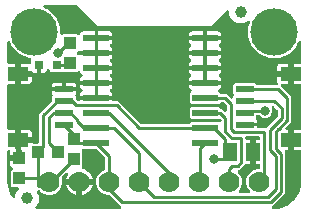
<source format=gbr>
G04 EAGLE Gerber RS-274X export*
G75*
%MOMM*%
%FSLAX34Y34*%
%LPD*%
%INTop Copper*%
%IPPOS*%
%AMOC8*
5,1,8,0,0,1.08239X$1,22.5*%
G01*
%ADD10R,1.240000X1.500000*%
%ADD11R,1.000000X1.075000*%
%ADD12C,4.016000*%
%ADD13R,1.550000X0.600000*%
%ADD14R,1.800000X1.200000*%
%ADD15C,1.000000*%
%ADD16R,0.800000X0.800000*%
%ADD17R,2.200000X0.600000*%
%ADD18C,1.778000*%
%ADD19R,1.075000X1.000000*%
%ADD20C,0.800100*%
%ADD21C,0.254000*%

G36*
X8024Y12001D02*
X8024Y12001D01*
X8104Y12006D01*
X8180Y12031D01*
X8259Y12046D01*
X8331Y12080D01*
X8406Y12104D01*
X8474Y12147D01*
X8546Y12181D01*
X8608Y12232D01*
X8675Y12274D01*
X8730Y12333D01*
X8792Y12384D01*
X8839Y12448D01*
X8893Y12506D01*
X8932Y12576D01*
X8979Y12641D01*
X9008Y12715D01*
X9047Y12785D01*
X9067Y12862D01*
X9096Y12936D01*
X9106Y13015D01*
X9126Y13092D01*
X9136Y13250D01*
X9136Y13252D01*
X9136Y13253D01*
X9136Y14086D01*
X11858Y18801D01*
X11905Y18860D01*
X11998Y18972D01*
X12004Y18985D01*
X12012Y18995D01*
X12072Y19129D01*
X12134Y19260D01*
X12136Y19273D01*
X12142Y19286D01*
X12166Y19429D01*
X12193Y19573D01*
X12193Y19586D01*
X12195Y19599D01*
X12183Y19745D01*
X12174Y19890D01*
X12170Y19903D01*
X12168Y19916D01*
X12121Y20054D01*
X12076Y20192D01*
X12069Y20204D01*
X12064Y20216D01*
X11984Y20338D01*
X11906Y20461D01*
X11896Y20470D01*
X11888Y20481D01*
X11781Y20579D01*
X11674Y20679D01*
X11662Y20686D01*
X11652Y20694D01*
X11523Y20762D01*
X11395Y20833D01*
X11382Y20836D01*
X11371Y20842D01*
X11228Y20876D01*
X11087Y20912D01*
X11069Y20913D01*
X11061Y20915D01*
X11044Y20915D01*
X10927Y20922D01*
X6858Y20922D01*
X5667Y22113D01*
X5667Y34547D01*
X6810Y35690D01*
X6887Y35789D01*
X6970Y35884D01*
X6985Y35915D01*
X7005Y35941D01*
X7055Y36057D01*
X7111Y36169D01*
X7118Y36202D01*
X7132Y36233D01*
X7151Y36357D01*
X7178Y36480D01*
X7176Y36514D01*
X7181Y36547D01*
X7170Y36673D01*
X7164Y36798D01*
X7155Y36830D01*
X7152Y36864D01*
X7109Y36982D01*
X7073Y37103D01*
X7055Y37131D01*
X7044Y37163D01*
X6973Y37267D01*
X6908Y37375D01*
X6884Y37398D01*
X6865Y37426D01*
X6771Y37510D01*
X6681Y37598D01*
X6641Y37624D01*
X6627Y37637D01*
X6608Y37647D01*
X6547Y37687D01*
X6140Y37922D01*
X5667Y38395D01*
X5332Y38974D01*
X5159Y39621D01*
X5159Y42831D01*
X11470Y42831D01*
X11588Y42846D01*
X11707Y42853D01*
X11745Y42865D01*
X11785Y42871D01*
X11896Y42914D01*
X12009Y42951D01*
X12043Y42973D01*
X12081Y42988D01*
X12177Y43057D01*
X12278Y43121D01*
X12306Y43151D01*
X12338Y43174D01*
X12414Y43266D01*
X12496Y43353D01*
X12515Y43388D01*
X12541Y43419D01*
X12592Y43527D01*
X12649Y43631D01*
X12659Y43671D01*
X12677Y43707D01*
X12699Y43824D01*
X12729Y43939D01*
X12733Y43999D01*
X12736Y44019D01*
X12735Y44040D01*
X12739Y44100D01*
X12739Y45291D01*
X13930Y45291D01*
X14048Y45306D01*
X14167Y45313D01*
X14205Y45326D01*
X14246Y45331D01*
X14356Y45375D01*
X14469Y45411D01*
X14504Y45433D01*
X14541Y45448D01*
X14637Y45518D01*
X14738Y45581D01*
X14766Y45611D01*
X14799Y45635D01*
X14875Y45726D01*
X14956Y45813D01*
X14976Y45848D01*
X15001Y45880D01*
X15052Y45987D01*
X15110Y46092D01*
X15120Y46131D01*
X15137Y46167D01*
X15159Y46284D01*
X15189Y46400D01*
X15193Y46460D01*
X15197Y46480D01*
X15195Y46500D01*
X15199Y46560D01*
X15199Y51090D01*
X15184Y51208D01*
X15177Y51327D01*
X15164Y51365D01*
X15159Y51406D01*
X15116Y51516D01*
X15079Y51629D01*
X15057Y51664D01*
X15042Y51701D01*
X14973Y51797D01*
X14909Y51898D01*
X14879Y51926D01*
X14856Y51959D01*
X14764Y52035D01*
X14677Y52116D01*
X14642Y52136D01*
X14611Y52161D01*
X14503Y52212D01*
X14399Y52270D01*
X14359Y52280D01*
X14323Y52297D01*
X14206Y52319D01*
X14091Y52349D01*
X14079Y52350D01*
X14079Y58361D01*
X23329Y58361D01*
X23371Y58294D01*
X23401Y58266D01*
X23424Y58233D01*
X23516Y58157D01*
X23603Y58076D01*
X23638Y58056D01*
X23669Y58031D01*
X23777Y57980D01*
X23881Y57922D01*
X23921Y57912D01*
X23957Y57895D01*
X24074Y57873D01*
X24189Y57843D01*
X24249Y57839D01*
X24269Y57835D01*
X24290Y57837D01*
X24350Y57833D01*
X28203Y57833D01*
X28321Y57848D01*
X28440Y57855D01*
X28478Y57868D01*
X28519Y57873D01*
X28629Y57916D01*
X28742Y57953D01*
X28777Y57975D01*
X28814Y57990D01*
X28910Y58059D01*
X29011Y58123D01*
X29039Y58153D01*
X29072Y58176D01*
X29148Y58268D01*
X29229Y58355D01*
X29249Y58390D01*
X29274Y58421D01*
X29325Y58529D01*
X29383Y58633D01*
X29393Y58673D01*
X29410Y58709D01*
X29432Y58826D01*
X29462Y58941D01*
X29466Y59001D01*
X29470Y59021D01*
X29468Y59042D01*
X29472Y59102D01*
X29472Y83038D01*
X31778Y85344D01*
X31779Y85344D01*
X40386Y93951D01*
X40446Y94030D01*
X40514Y94102D01*
X40543Y94155D01*
X40580Y94203D01*
X40620Y94294D01*
X40668Y94380D01*
X40683Y94439D01*
X40707Y94494D01*
X40722Y94592D01*
X40747Y94688D01*
X40753Y94788D01*
X40757Y94809D01*
X40755Y94821D01*
X40757Y94849D01*
X40757Y97767D01*
X40811Y97827D01*
X40829Y97863D01*
X40854Y97895D01*
X40901Y98004D01*
X40955Y98111D01*
X40964Y98150D01*
X40980Y98186D01*
X40999Y98304D01*
X41025Y98421D01*
X41023Y98461D01*
X41030Y98500D01*
X41019Y98619D01*
X41015Y98739D01*
X41004Y98777D01*
X41000Y98817D01*
X40960Y98929D01*
X40926Y99044D01*
X40906Y99079D01*
X40892Y99116D01*
X40845Y99186D01*
X40840Y99195D01*
X40422Y99919D01*
X40249Y100566D01*
X40249Y102401D01*
X50310Y102401D01*
X50428Y102416D01*
X50547Y102423D01*
X50554Y102425D01*
X50610Y102411D01*
X50670Y102407D01*
X50690Y102403D01*
X50710Y102405D01*
X50770Y102401D01*
X60831Y102401D01*
X60831Y100566D01*
X60658Y99919D01*
X60282Y99269D01*
X60270Y99255D01*
X60251Y99219D01*
X60227Y99188D01*
X60179Y99078D01*
X60125Y98972D01*
X60116Y98933D01*
X60100Y98896D01*
X60082Y98778D01*
X60055Y98661D01*
X60057Y98622D01*
X60050Y98582D01*
X60061Y98463D01*
X60065Y98343D01*
X60076Y98305D01*
X60080Y98265D01*
X60120Y98153D01*
X60153Y98038D01*
X60174Y98004D01*
X60187Y97966D01*
X60254Y97867D01*
X60315Y97764D01*
X60323Y97755D01*
X60323Y96004D01*
X60335Y95906D01*
X60338Y95807D01*
X60355Y95748D01*
X60363Y95688D01*
X60399Y95596D01*
X60427Y95501D01*
X60457Y95449D01*
X60480Y95393D01*
X60538Y95313D01*
X60588Y95227D01*
X60654Y95152D01*
X60666Y95135D01*
X60676Y95127D01*
X60694Y95106D01*
X61956Y93844D01*
X62035Y93784D01*
X62107Y93716D01*
X62160Y93687D01*
X62208Y93650D01*
X62299Y93610D01*
X62385Y93562D01*
X62444Y93547D01*
X62499Y93523D01*
X62597Y93508D01*
X62693Y93483D01*
X62793Y93477D01*
X62814Y93473D01*
X62826Y93475D01*
X62854Y93473D01*
X63015Y93473D01*
X63133Y93488D01*
X63252Y93495D01*
X63290Y93508D01*
X63331Y93513D01*
X63441Y93556D01*
X63554Y93593D01*
X63589Y93615D01*
X63626Y93630D01*
X63722Y93699D01*
X63823Y93763D01*
X63851Y93793D01*
X63884Y93816D01*
X63960Y93908D01*
X64041Y93995D01*
X64061Y94030D01*
X64086Y94061D01*
X64137Y94169D01*
X64195Y94273D01*
X64205Y94313D01*
X64222Y94349D01*
X64244Y94466D01*
X64274Y94581D01*
X64278Y94641D01*
X64282Y94661D01*
X64280Y94682D01*
X64284Y94742D01*
X64284Y95021D01*
X77595Y95021D01*
X77713Y95036D01*
X77832Y95043D01*
X77839Y95045D01*
X77895Y95031D01*
X77955Y95027D01*
X77975Y95023D01*
X77995Y95025D01*
X78055Y95021D01*
X91366Y95021D01*
X91366Y94742D01*
X91381Y94624D01*
X91388Y94505D01*
X91401Y94467D01*
X91406Y94426D01*
X91449Y94316D01*
X91486Y94203D01*
X91508Y94168D01*
X91523Y94131D01*
X91592Y94035D01*
X91656Y93934D01*
X91686Y93906D01*
X91709Y93873D01*
X91801Y93797D01*
X91888Y93716D01*
X91923Y93696D01*
X91954Y93671D01*
X92062Y93620D01*
X92166Y93562D01*
X92206Y93552D01*
X92242Y93535D01*
X92359Y93513D01*
X92474Y93483D01*
X92534Y93479D01*
X92554Y93475D01*
X92575Y93477D01*
X92635Y93473D01*
X96618Y93473D01*
X115296Y74794D01*
X115375Y74734D01*
X115447Y74666D01*
X115500Y74637D01*
X115548Y74600D01*
X115639Y74560D01*
X115725Y74512D01*
X115784Y74497D01*
X115839Y74473D01*
X115937Y74458D01*
X116033Y74433D01*
X116133Y74427D01*
X116154Y74423D01*
X116166Y74425D01*
X116194Y74423D01*
X155727Y74423D01*
X155825Y74435D01*
X155925Y74438D01*
X155983Y74455D01*
X156043Y74463D01*
X156135Y74499D01*
X156230Y74527D01*
X156282Y74557D01*
X156339Y74580D01*
X156419Y74638D01*
X156504Y74688D01*
X156579Y74754D01*
X156596Y74766D01*
X156604Y74776D01*
X156625Y74794D01*
X157983Y76153D01*
X181667Y76153D01*
X181728Y76091D01*
X181838Y76006D01*
X181945Y75917D01*
X181964Y75909D01*
X181980Y75896D01*
X182107Y75841D01*
X182233Y75782D01*
X182253Y75778D01*
X182272Y75770D01*
X182409Y75748D01*
X182546Y75722D01*
X182566Y75723D01*
X182586Y75720D01*
X182725Y75733D01*
X182863Y75742D01*
X182882Y75748D01*
X182902Y75750D01*
X183034Y75797D01*
X183165Y75840D01*
X183182Y75851D01*
X183202Y75857D01*
X183317Y75936D01*
X183434Y76010D01*
X183448Y76025D01*
X183465Y76036D01*
X183557Y76140D01*
X183652Y76242D01*
X183662Y76259D01*
X183675Y76274D01*
X183739Y76399D01*
X183806Y76520D01*
X183811Y76540D01*
X183820Y76558D01*
X183850Y76694D01*
X183885Y76828D01*
X183887Y76856D01*
X183890Y76868D01*
X183889Y76888D01*
X183895Y76989D01*
X183895Y77608D01*
X183883Y77706D01*
X183880Y77805D01*
X183863Y77864D01*
X183855Y77924D01*
X183819Y78016D01*
X183792Y78111D01*
X183761Y78163D01*
X183738Y78219D01*
X183680Y78299D01*
X183630Y78385D01*
X183564Y78460D01*
X183552Y78477D01*
X183542Y78485D01*
X183524Y78506D01*
X183352Y78677D01*
X183258Y78750D01*
X183169Y78829D01*
X183133Y78847D01*
X183101Y78872D01*
X182991Y78919D01*
X182885Y78974D01*
X182846Y78982D01*
X182809Y78999D01*
X182691Y79017D01*
X182575Y79043D01*
X182535Y79042D01*
X182495Y79048D01*
X182377Y79037D01*
X182257Y79034D01*
X182218Y79022D01*
X182178Y79019D01*
X182066Y78978D01*
X181952Y78945D01*
X181917Y78925D01*
X181879Y78911D01*
X181780Y78844D01*
X181684Y78787D01*
X157983Y78787D01*
X156792Y79978D01*
X156792Y87662D01*
X157983Y88853D01*
X181667Y88853D01*
X183025Y87494D01*
X183104Y87434D01*
X183176Y87366D01*
X183229Y87337D01*
X183277Y87300D01*
X183367Y87260D01*
X183454Y87212D01*
X183513Y87197D01*
X183568Y87173D01*
X183666Y87158D01*
X183762Y87133D01*
X183862Y87127D01*
X183882Y87123D01*
X183895Y87125D01*
X183923Y87123D01*
X184248Y87123D01*
X186301Y85070D01*
X186410Y84985D01*
X186517Y84896D01*
X186536Y84888D01*
X186552Y84875D01*
X186680Y84820D01*
X186805Y84761D01*
X186825Y84757D01*
X186844Y84749D01*
X186982Y84727D01*
X187118Y84701D01*
X187138Y84702D01*
X187158Y84699D01*
X187297Y84712D01*
X187435Y84721D01*
X187454Y84727D01*
X187474Y84729D01*
X187606Y84776D01*
X187737Y84819D01*
X187755Y84830D01*
X187774Y84837D01*
X187889Y84915D01*
X188006Y84989D01*
X188020Y85004D01*
X188037Y85015D01*
X188129Y85119D01*
X188224Y85221D01*
X188234Y85238D01*
X188247Y85254D01*
X188311Y85378D01*
X188378Y85499D01*
X188383Y85519D01*
X188392Y85537D01*
X188422Y85673D01*
X188457Y85807D01*
X188459Y85835D01*
X188462Y85847D01*
X188461Y85868D01*
X188467Y85968D01*
X188467Y89546D01*
X188455Y89644D01*
X188452Y89743D01*
X188435Y89802D01*
X188427Y89862D01*
X188391Y89954D01*
X188363Y90049D01*
X188333Y90101D01*
X188310Y90157D01*
X188252Y90237D01*
X188202Y90323D01*
X188136Y90398D01*
X188124Y90415D01*
X188114Y90423D01*
X188096Y90444D01*
X185694Y92846D01*
X185615Y92906D01*
X185543Y92974D01*
X185490Y93003D01*
X185442Y93040D01*
X185351Y93080D01*
X185265Y93128D01*
X185206Y93143D01*
X185151Y93167D01*
X185053Y93182D01*
X184957Y93207D01*
X184857Y93213D01*
X184836Y93217D01*
X184824Y93215D01*
X184796Y93217D01*
X183923Y93217D01*
X183825Y93205D01*
X183725Y93202D01*
X183667Y93185D01*
X183607Y93177D01*
X183515Y93141D01*
X183420Y93113D01*
X183368Y93083D01*
X183311Y93060D01*
X183231Y93002D01*
X183146Y92952D01*
X183071Y92886D01*
X183054Y92874D01*
X183046Y92864D01*
X183025Y92846D01*
X181667Y91487D01*
X157983Y91487D01*
X156792Y92678D01*
X156792Y100362D01*
X158221Y101790D01*
X158298Y101890D01*
X158380Y101985D01*
X158395Y102015D01*
X158416Y102042D01*
X158466Y102157D01*
X158521Y102269D01*
X158528Y102302D01*
X158542Y102333D01*
X158562Y102458D01*
X158588Y102581D01*
X158586Y102614D01*
X158592Y102647D01*
X158580Y102773D01*
X158575Y102898D01*
X158565Y102931D01*
X158562Y102964D01*
X158519Y103082D01*
X158483Y103203D01*
X158466Y103232D01*
X158454Y103263D01*
X158384Y103367D01*
X158319Y103475D01*
X158295Y103499D01*
X158276Y103527D01*
X158181Y103610D01*
X158092Y103698D01*
X158051Y103725D01*
X158037Y103737D01*
X158018Y103747D01*
X157958Y103787D01*
X157265Y104187D01*
X156792Y104660D01*
X156457Y105239D01*
X156284Y105886D01*
X156284Y107721D01*
X169595Y107721D01*
X169713Y107736D01*
X169832Y107743D01*
X169839Y107745D01*
X169895Y107731D01*
X169955Y107727D01*
X169975Y107723D01*
X169995Y107725D01*
X170055Y107721D01*
X183366Y107721D01*
X183366Y105886D01*
X183193Y105239D01*
X182858Y104660D01*
X182385Y104187D01*
X181692Y103787D01*
X181592Y103711D01*
X181488Y103640D01*
X181466Y103615D01*
X181439Y103595D01*
X181361Y103496D01*
X181278Y103402D01*
X181262Y103372D01*
X181241Y103346D01*
X181190Y103231D01*
X181133Y103119D01*
X181126Y103086D01*
X181112Y103055D01*
X181091Y102931D01*
X181063Y102808D01*
X181064Y102775D01*
X181059Y102741D01*
X181069Y102616D01*
X181073Y102491D01*
X181082Y102458D01*
X181085Y102425D01*
X181127Y102306D01*
X181161Y102185D01*
X181179Y102156D01*
X181190Y102124D01*
X181259Y102019D01*
X181323Y101911D01*
X181355Y101874D01*
X181365Y101859D01*
X181381Y101845D01*
X181429Y101790D01*
X183025Y100194D01*
X183103Y100134D01*
X183176Y100066D01*
X183229Y100037D01*
X183276Y100000D01*
X183367Y99960D01*
X183454Y99912D01*
X183513Y99897D01*
X183568Y99873D01*
X183666Y99858D01*
X183762Y99833D01*
X183862Y99827D01*
X183882Y99823D01*
X183895Y99825D01*
X183923Y99823D01*
X188058Y99823D01*
X191511Y96370D01*
X191620Y96285D01*
X191727Y96196D01*
X191746Y96188D01*
X191762Y96175D01*
X191890Y96120D01*
X192015Y96061D01*
X192035Y96057D01*
X192054Y96049D01*
X192192Y96027D01*
X192328Y96001D01*
X192348Y96002D01*
X192368Y95999D01*
X192507Y96012D01*
X192645Y96021D01*
X192664Y96027D01*
X192684Y96029D01*
X192816Y96076D01*
X192947Y96119D01*
X192965Y96130D01*
X192984Y96137D01*
X193099Y96215D01*
X193216Y96289D01*
X193230Y96304D01*
X193247Y96315D01*
X193339Y96419D01*
X193434Y96521D01*
X193444Y96538D01*
X193457Y96554D01*
X193521Y96678D01*
X193588Y96799D01*
X193593Y96819D01*
X193602Y96837D01*
X193632Y96973D01*
X193667Y97107D01*
X193669Y97135D01*
X193672Y97147D01*
X193671Y97168D01*
X193677Y97268D01*
X193677Y97742D01*
X193938Y98002D01*
X194011Y98097D01*
X194090Y98186D01*
X194108Y98222D01*
X194133Y98254D01*
X194180Y98363D01*
X194234Y98469D01*
X194243Y98508D01*
X194259Y98546D01*
X194278Y98663D01*
X194304Y98779D01*
X194303Y98820D01*
X194309Y98860D01*
X194298Y98978D01*
X194294Y99097D01*
X194283Y99136D01*
X194279Y99176D01*
X194239Y99288D01*
X194206Y99403D01*
X194185Y99438D01*
X194172Y99476D01*
X194105Y99574D01*
X194044Y99677D01*
X194004Y99722D01*
X193993Y99739D01*
X193978Y99752D01*
X193938Y99797D01*
X193677Y100058D01*
X193677Y107742D01*
X194868Y108933D01*
X212052Y108933D01*
X213410Y107574D01*
X213489Y107514D01*
X213561Y107446D01*
X213614Y107417D01*
X213662Y107380D01*
X213752Y107340D01*
X213839Y107292D01*
X213898Y107277D01*
X213953Y107253D01*
X214051Y107238D01*
X214147Y107213D01*
X214247Y107207D01*
X214267Y107203D01*
X214280Y107205D01*
X214308Y107203D01*
X230500Y107203D01*
X230638Y107220D01*
X230776Y107233D01*
X230795Y107240D01*
X230815Y107243D01*
X230945Y107294D01*
X231076Y107341D01*
X231093Y107352D01*
X231111Y107360D01*
X231223Y107441D01*
X231339Y107520D01*
X231352Y107535D01*
X231368Y107546D01*
X231457Y107653D01*
X231549Y107758D01*
X231558Y107776D01*
X231571Y107791D01*
X231630Y107917D01*
X231694Y108041D01*
X231698Y108061D01*
X231707Y108079D01*
X231733Y108215D01*
X231763Y108352D01*
X231763Y108372D01*
X231767Y108391D01*
X231758Y108530D01*
X231754Y108669D01*
X231748Y108689D01*
X231747Y108709D01*
X231704Y108841D01*
X231665Y108975D01*
X231655Y108992D01*
X231649Y109011D01*
X231574Y109129D01*
X231504Y109249D01*
X231485Y109270D01*
X231479Y109280D01*
X231464Y109294D01*
X231434Y109328D01*
X231092Y109919D01*
X230919Y110566D01*
X230919Y114361D01*
X239921Y114361D01*
X239921Y108359D01*
X235291Y108359D01*
X235153Y108342D01*
X235014Y108329D01*
X234995Y108322D01*
X234975Y108319D01*
X234846Y108268D01*
X234715Y108221D01*
X234698Y108210D01*
X234680Y108202D01*
X234567Y108121D01*
X234452Y108043D01*
X234439Y108027D01*
X234422Y108016D01*
X234333Y107908D01*
X234241Y107804D01*
X234232Y107786D01*
X234219Y107771D01*
X234160Y107645D01*
X234097Y107521D01*
X234092Y107501D01*
X234084Y107483D01*
X234058Y107347D01*
X234027Y107211D01*
X234028Y107190D01*
X234024Y107171D01*
X234033Y107032D01*
X234037Y106893D01*
X234043Y106873D01*
X234044Y106853D01*
X234087Y106721D01*
X234125Y106587D01*
X234136Y106570D01*
X234142Y106551D01*
X234216Y106433D01*
X234287Y106313D01*
X234305Y106292D01*
X234312Y106282D01*
X234327Y106268D01*
X234393Y106193D01*
X240391Y100194D01*
X242698Y97888D01*
X242698Y76102D01*
X240392Y73796D01*
X240391Y73796D01*
X238203Y71607D01*
X238118Y71498D01*
X238029Y71391D01*
X238021Y71372D01*
X238008Y71356D01*
X237953Y71228D01*
X237894Y71103D01*
X237890Y71083D01*
X237882Y71064D01*
X237860Y70926D01*
X237834Y70790D01*
X237835Y70770D01*
X237832Y70750D01*
X237845Y70611D01*
X237854Y70473D01*
X237860Y70454D01*
X237862Y70434D01*
X237909Y70302D01*
X237952Y70171D01*
X237963Y70153D01*
X237970Y70134D01*
X238048Y70019D01*
X238122Y69902D01*
X238137Y69888D01*
X238148Y69871D01*
X238252Y69779D01*
X238354Y69684D01*
X238371Y69674D01*
X238387Y69661D01*
X238510Y69597D01*
X238632Y69530D01*
X238652Y69525D01*
X238670Y69516D01*
X238806Y69486D01*
X238940Y69451D01*
X238968Y69449D01*
X238980Y69446D01*
X239001Y69447D01*
X239101Y69441D01*
X239921Y69441D01*
X239921Y62170D01*
X239936Y62052D01*
X239943Y61933D01*
X239956Y61895D01*
X239961Y61855D01*
X240004Y61744D01*
X240041Y61631D01*
X240063Y61596D01*
X240078Y61559D01*
X240148Y61463D01*
X240211Y61362D01*
X240241Y61334D01*
X240265Y61302D01*
X240356Y61226D01*
X240443Y61144D01*
X240478Y61125D01*
X240509Y61099D01*
X240617Y61048D01*
X240721Y60991D01*
X240761Y60980D01*
X240797Y60963D01*
X240914Y60941D01*
X241029Y60911D01*
X241090Y60907D01*
X241110Y60903D01*
X241130Y60905D01*
X241190Y60901D01*
X243730Y60901D01*
X243848Y60916D01*
X243967Y60923D01*
X244005Y60936D01*
X244045Y60941D01*
X244156Y60985D01*
X244269Y61021D01*
X244304Y61043D01*
X244341Y61058D01*
X244437Y61128D01*
X244538Y61191D01*
X244566Y61221D01*
X244598Y61245D01*
X244674Y61336D01*
X244756Y61423D01*
X244775Y61458D01*
X244801Y61490D01*
X244852Y61597D01*
X244909Y61701D01*
X244920Y61741D01*
X244937Y61777D01*
X244959Y61894D01*
X244989Y62009D01*
X244993Y62070D01*
X244997Y62090D01*
X244995Y62109D01*
X244997Y62115D01*
X244996Y62122D01*
X244999Y62170D01*
X244999Y69441D01*
X250190Y69441D01*
X250308Y69456D01*
X250427Y69463D01*
X250465Y69476D01*
X250506Y69481D01*
X250616Y69524D01*
X250729Y69561D01*
X250764Y69583D01*
X250801Y69598D01*
X250897Y69667D01*
X250998Y69731D01*
X251026Y69761D01*
X251059Y69784D01*
X251134Y69876D01*
X251216Y69963D01*
X251236Y69998D01*
X251261Y70029D01*
X251312Y70137D01*
X251370Y70241D01*
X251380Y70280D01*
X251397Y70317D01*
X251419Y70434D01*
X251449Y70549D01*
X251453Y70609D01*
X251457Y70629D01*
X251455Y70650D01*
X251459Y70710D01*
X251459Y107090D01*
X251444Y107208D01*
X251437Y107327D01*
X251424Y107365D01*
X251419Y107406D01*
X251376Y107516D01*
X251339Y107629D01*
X251317Y107664D01*
X251302Y107701D01*
X251233Y107797D01*
X251169Y107898D01*
X251139Y107926D01*
X251116Y107959D01*
X251024Y108035D01*
X250937Y108116D01*
X250902Y108136D01*
X250871Y108161D01*
X250763Y108212D01*
X250659Y108270D01*
X250619Y108280D01*
X250583Y108297D01*
X250466Y108319D01*
X250351Y108349D01*
X250291Y108353D01*
X250271Y108357D01*
X250250Y108355D01*
X250190Y108359D01*
X244999Y108359D01*
X244999Y115630D01*
X244984Y115748D01*
X244977Y115867D01*
X244964Y115905D01*
X244959Y115945D01*
X244916Y116056D01*
X244879Y116169D01*
X244857Y116204D01*
X244842Y116241D01*
X244772Y116337D01*
X244709Y116438D01*
X244679Y116466D01*
X244655Y116498D01*
X244564Y116574D01*
X244477Y116656D01*
X244442Y116675D01*
X244410Y116701D01*
X244303Y116752D01*
X244199Y116809D01*
X244159Y116820D01*
X244123Y116837D01*
X244006Y116859D01*
X243891Y116889D01*
X243830Y116893D01*
X243810Y116897D01*
X243790Y116895D01*
X243730Y116899D01*
X242459Y116899D01*
X242459Y116901D01*
X243730Y116901D01*
X243848Y116916D01*
X243967Y116923D01*
X244005Y116936D01*
X244045Y116941D01*
X244156Y116985D01*
X244269Y117021D01*
X244304Y117043D01*
X244341Y117058D01*
X244437Y117128D01*
X244538Y117191D01*
X244566Y117221D01*
X244598Y117245D01*
X244674Y117336D01*
X244756Y117423D01*
X244775Y117458D01*
X244801Y117490D01*
X244852Y117597D01*
X244909Y117701D01*
X244920Y117741D01*
X244937Y117777D01*
X244959Y117894D01*
X244989Y118009D01*
X244993Y118070D01*
X244997Y118090D01*
X244995Y118110D01*
X244999Y118170D01*
X244999Y125441D01*
X250190Y125441D01*
X250308Y125456D01*
X250427Y125463D01*
X250465Y125476D01*
X250506Y125481D01*
X250616Y125524D01*
X250729Y125561D01*
X250764Y125583D01*
X250801Y125598D01*
X250897Y125667D01*
X250998Y125731D01*
X251026Y125761D01*
X251059Y125784D01*
X251134Y125876D01*
X251216Y125963D01*
X251236Y125998D01*
X251261Y126029D01*
X251312Y126137D01*
X251370Y126241D01*
X251380Y126280D01*
X251397Y126317D01*
X251419Y126434D01*
X251449Y126549D01*
X251453Y126609D01*
X251457Y126629D01*
X251455Y126650D01*
X251459Y126710D01*
X251459Y143423D01*
X251451Y143492D01*
X251452Y143562D01*
X251431Y143649D01*
X251419Y143738D01*
X251394Y143803D01*
X251377Y143871D01*
X251335Y143951D01*
X251302Y144034D01*
X251261Y144090D01*
X251229Y144152D01*
X251168Y144219D01*
X251116Y144291D01*
X251062Y144336D01*
X251015Y144388D01*
X250940Y144437D01*
X250871Y144494D01*
X250807Y144524D01*
X250749Y144562D01*
X250664Y144592D01*
X250583Y144630D01*
X250514Y144643D01*
X250448Y144666D01*
X250359Y144673D01*
X250271Y144690D01*
X250201Y144685D01*
X250131Y144691D01*
X250043Y144675D01*
X249953Y144670D01*
X249887Y144648D01*
X249818Y144636D01*
X249736Y144599D01*
X249651Y144572D01*
X249592Y144534D01*
X249528Y144506D01*
X249458Y144450D01*
X249382Y144402D01*
X249334Y144351D01*
X249280Y144307D01*
X249225Y144235D01*
X249164Y144170D01*
X249130Y144109D01*
X249088Y144053D01*
X249017Y143909D01*
X247346Y139874D01*
X241126Y133654D01*
X232999Y130287D01*
X224201Y130287D01*
X216074Y133654D01*
X209854Y139874D01*
X206487Y148001D01*
X206487Y156799D01*
X207795Y159955D01*
X207811Y160016D01*
X207837Y160074D01*
X207853Y160169D01*
X207879Y160262D01*
X207880Y160325D01*
X207890Y160387D01*
X207882Y160483D01*
X207884Y160580D01*
X207869Y160641D01*
X207864Y160704D01*
X207832Y160795D01*
X207810Y160889D01*
X207780Y160945D01*
X207759Y161005D01*
X207706Y161085D01*
X207661Y161170D01*
X207619Y161217D01*
X207584Y161270D01*
X207512Y161334D01*
X207447Y161406D01*
X207394Y161440D01*
X207347Y161483D01*
X207262Y161527D01*
X207181Y161580D01*
X207122Y161601D01*
X207066Y161630D01*
X206972Y161652D01*
X206880Y161684D01*
X206818Y161689D01*
X206756Y161703D01*
X206660Y161701D01*
X206563Y161709D01*
X206501Y161698D01*
X206438Y161697D01*
X206345Y161671D01*
X206250Y161654D01*
X206193Y161628D01*
X206132Y161612D01*
X205988Y161540D01*
X202681Y159631D01*
X197369Y159631D01*
X192768Y162288D01*
X190111Y166889D01*
X190111Y169484D01*
X190094Y169621D01*
X190081Y169760D01*
X190074Y169779D01*
X190071Y169799D01*
X190020Y169928D01*
X189973Y170060D01*
X189962Y170076D01*
X189954Y170095D01*
X189873Y170207D01*
X189795Y170323D01*
X189779Y170336D01*
X189768Y170352D01*
X189660Y170441D01*
X189556Y170533D01*
X189538Y170542D01*
X189523Y170555D01*
X189397Y170615D01*
X189273Y170678D01*
X189253Y170682D01*
X189235Y170691D01*
X189099Y170717D01*
X188963Y170747D01*
X188942Y170747D01*
X188923Y170751D01*
X188784Y170742D01*
X188645Y170738D01*
X188625Y170732D01*
X188605Y170731D01*
X188473Y170688D01*
X188339Y170649D01*
X188322Y170639D01*
X188303Y170633D01*
X188185Y170558D01*
X188065Y170488D01*
X188044Y170469D01*
X188034Y170463D01*
X188020Y170448D01*
X187945Y170381D01*
X176902Y159339D01*
X175042Y157479D01*
X78958Y157479D01*
X61549Y174888D01*
X61471Y174948D01*
X61399Y175016D01*
X61346Y175045D01*
X61298Y175082D01*
X61207Y175122D01*
X61120Y175170D01*
X61062Y175185D01*
X61006Y175209D01*
X60908Y175224D01*
X60813Y175249D01*
X60712Y175255D01*
X60692Y175259D01*
X60680Y175257D01*
X60652Y175259D01*
X34377Y175259D01*
X34308Y175251D01*
X34238Y175252D01*
X34151Y175231D01*
X34062Y175219D01*
X33997Y175194D01*
X33929Y175177D01*
X33849Y175135D01*
X33766Y175102D01*
X33710Y175061D01*
X33648Y175029D01*
X33581Y174968D01*
X33509Y174916D01*
X33464Y174862D01*
X33412Y174815D01*
X33363Y174740D01*
X33306Y174671D01*
X33276Y174607D01*
X33238Y174549D01*
X33208Y174464D01*
X33170Y174383D01*
X33157Y174314D01*
X33134Y174248D01*
X33127Y174159D01*
X33110Y174071D01*
X33115Y174001D01*
X33109Y173931D01*
X33125Y173843D01*
X33130Y173753D01*
X33152Y173687D01*
X33164Y173618D01*
X33201Y173536D01*
X33228Y173451D01*
X33266Y173392D01*
X33294Y173328D01*
X33350Y173258D01*
X33398Y173182D01*
X33449Y173134D01*
X33493Y173080D01*
X33565Y173025D01*
X33630Y172964D01*
X33691Y172930D01*
X33747Y172888D01*
X33891Y172817D01*
X37926Y171146D01*
X44146Y164926D01*
X47513Y156799D01*
X47513Y151067D01*
X47530Y150929D01*
X47543Y150790D01*
X47550Y150771D01*
X47553Y150751D01*
X47604Y150622D01*
X47651Y150491D01*
X47662Y150474D01*
X47670Y150455D01*
X47751Y150343D01*
X47829Y150228D01*
X47845Y150215D01*
X47856Y150198D01*
X47964Y150109D01*
X48068Y150017D01*
X48086Y150008D01*
X48101Y149995D01*
X48227Y149936D01*
X48351Y149873D01*
X48371Y149868D01*
X48389Y149860D01*
X48526Y149834D01*
X48661Y149803D01*
X48682Y149804D01*
X48701Y149800D01*
X48840Y149809D01*
X48979Y149813D01*
X48999Y149818D01*
X49019Y149820D01*
X49151Y149862D01*
X49285Y149901D01*
X49302Y149912D01*
X49321Y149918D01*
X49439Y149992D01*
X49559Y150063D01*
X49580Y150081D01*
X49590Y150088D01*
X49604Y150103D01*
X49679Y150169D01*
X50038Y150528D01*
X61722Y150528D01*
X62161Y150088D01*
X62266Y150007D01*
X62367Y149922D01*
X62391Y149910D01*
X62413Y149893D01*
X62534Y149841D01*
X62653Y149783D01*
X62680Y149778D01*
X62705Y149767D01*
X62836Y149746D01*
X62965Y149720D01*
X62992Y149721D01*
X63019Y149717D01*
X63151Y149730D01*
X63283Y149736D01*
X63308Y149744D01*
X63335Y149747D01*
X63460Y149792D01*
X63586Y149831D01*
X63609Y149845D01*
X63635Y149854D01*
X63744Y149929D01*
X63857Y149998D01*
X63875Y150018D01*
X63898Y150033D01*
X63985Y150132D01*
X64077Y150228D01*
X64090Y150251D01*
X64108Y150271D01*
X64168Y150389D01*
X64234Y150505D01*
X64246Y150541D01*
X64253Y150555D01*
X64258Y150576D01*
X64285Y150657D01*
X64457Y151301D01*
X64792Y151880D01*
X65265Y152353D01*
X65844Y152688D01*
X66491Y152861D01*
X76326Y152861D01*
X76326Y147550D01*
X76341Y147432D01*
X76348Y147313D01*
X76350Y147306D01*
X76336Y147250D01*
X76332Y147190D01*
X76328Y147170D01*
X76330Y147150D01*
X76326Y147090D01*
X76326Y136119D01*
X63892Y136119D01*
X63833Y136168D01*
X63729Y136260D01*
X63711Y136269D01*
X63696Y136282D01*
X63570Y136341D01*
X63446Y136404D01*
X63426Y136409D01*
X63408Y136417D01*
X63272Y136443D01*
X63136Y136474D01*
X63115Y136473D01*
X63096Y136477D01*
X62957Y136468D01*
X62818Y136464D01*
X62798Y136459D01*
X62778Y136457D01*
X62646Y136414D01*
X62512Y136376D01*
X62495Y136365D01*
X62476Y136359D01*
X62358Y136285D01*
X62238Y136214D01*
X62217Y136196D01*
X62207Y136189D01*
X62193Y136174D01*
X62118Y136108D01*
X61527Y135518D01*
X61454Y135423D01*
X61375Y135334D01*
X61357Y135298D01*
X61332Y135266D01*
X61285Y135157D01*
X61231Y135051D01*
X61222Y135012D01*
X61206Y134974D01*
X61187Y134857D01*
X61161Y134741D01*
X61162Y134700D01*
X61156Y134660D01*
X61167Y134542D01*
X61171Y134423D01*
X61182Y134384D01*
X61186Y134344D01*
X61226Y134232D01*
X61259Y134117D01*
X61280Y134082D01*
X61293Y134044D01*
X61360Y133946D01*
X61421Y133843D01*
X61461Y133798D01*
X61472Y133781D01*
X61487Y133768D01*
X61527Y133723D01*
X62117Y133132D01*
X62227Y133047D01*
X62334Y132958D01*
X62353Y132950D01*
X62369Y132937D01*
X62497Y132882D01*
X62622Y132823D01*
X62642Y132819D01*
X62661Y132811D01*
X62799Y132789D01*
X62935Y132763D01*
X62955Y132764D01*
X62975Y132761D01*
X63114Y132774D01*
X63252Y132783D01*
X63271Y132789D01*
X63291Y132791D01*
X63422Y132838D01*
X63554Y132881D01*
X63572Y132892D01*
X63591Y132898D01*
X63705Y132976D01*
X63823Y133051D01*
X63837Y133066D01*
X63854Y133077D01*
X63892Y133121D01*
X76326Y133121D01*
X76326Y122150D01*
X76341Y122032D01*
X76348Y121913D01*
X76350Y121906D01*
X76336Y121850D01*
X76332Y121790D01*
X76328Y121770D01*
X76330Y121750D01*
X76326Y121690D01*
X76326Y110719D01*
X64284Y110719D01*
X64284Y112554D01*
X64457Y113201D01*
X64792Y113780D01*
X65265Y114253D01*
X65642Y114471D01*
X65748Y114551D01*
X65856Y114626D01*
X65874Y114647D01*
X65895Y114663D01*
X65978Y114767D01*
X66064Y114867D01*
X66076Y114891D01*
X66093Y114912D01*
X66147Y115033D01*
X66206Y115152D01*
X66211Y115178D01*
X66222Y115203D01*
X66245Y115333D01*
X66272Y115463D01*
X66271Y115490D01*
X66276Y115516D01*
X66265Y115648D01*
X66259Y115780D01*
X66251Y115806D01*
X66249Y115833D01*
X66206Y115958D01*
X66168Y116085D01*
X66154Y116108D01*
X66145Y116134D01*
X66072Y116244D01*
X66003Y116357D01*
X65984Y116376D01*
X65969Y116399D01*
X65871Y116487D01*
X65776Y116580D01*
X65744Y116601D01*
X65733Y116612D01*
X65714Y116622D01*
X65642Y116669D01*
X65265Y116887D01*
X64792Y117360D01*
X64457Y117939D01*
X64285Y118583D01*
X64235Y118705D01*
X64190Y118830D01*
X64175Y118852D01*
X64165Y118877D01*
X64086Y118983D01*
X64012Y119093D01*
X63991Y119111D01*
X63975Y119133D01*
X63872Y119216D01*
X63773Y119304D01*
X63749Y119316D01*
X63728Y119333D01*
X63608Y119388D01*
X63490Y119448D01*
X63464Y119454D01*
X63439Y119465D01*
X63309Y119489D01*
X63180Y119518D01*
X63153Y119517D01*
X63126Y119522D01*
X62994Y119512D01*
X62862Y119508D01*
X62836Y119501D01*
X62809Y119499D01*
X62683Y119457D01*
X62556Y119420D01*
X62533Y119406D01*
X62507Y119397D01*
X62396Y119325D01*
X62282Y119258D01*
X62254Y119233D01*
X62241Y119224D01*
X62226Y119208D01*
X62161Y119152D01*
X61722Y118712D01*
X49983Y118712D01*
X49884Y118700D01*
X49785Y118697D01*
X49727Y118680D01*
X49667Y118672D01*
X49575Y118636D01*
X49480Y118608D01*
X49428Y118578D01*
X49371Y118555D01*
X49291Y118497D01*
X49206Y118447D01*
X49184Y118427D01*
X39488Y118427D01*
X38286Y119629D01*
X38278Y119692D01*
X38261Y119843D01*
X38258Y119849D01*
X38257Y119856D01*
X38201Y119998D01*
X38147Y120140D01*
X38143Y120146D01*
X38140Y120152D01*
X38051Y120275D01*
X37963Y120399D01*
X37958Y120404D01*
X37954Y120409D01*
X37835Y120507D01*
X37720Y120605D01*
X37714Y120608D01*
X37709Y120612D01*
X37572Y120676D01*
X37434Y120743D01*
X37427Y120745D01*
X37421Y120748D01*
X37273Y120776D01*
X37122Y120806D01*
X37115Y120806D01*
X37109Y120807D01*
X36957Y120798D01*
X36804Y120790D01*
X36798Y120788D01*
X36791Y120788D01*
X36646Y120741D01*
X36501Y120695D01*
X36495Y120692D01*
X36489Y120690D01*
X36360Y120608D01*
X36230Y120528D01*
X36226Y120523D01*
X36220Y120519D01*
X36115Y120408D01*
X36010Y120299D01*
X36007Y120293D01*
X36002Y120288D01*
X35928Y120154D01*
X35853Y120022D01*
X35851Y120013D01*
X35848Y120009D01*
X35846Y119999D01*
X35802Y119869D01*
X35698Y119479D01*
X35363Y118900D01*
X34890Y118427D01*
X34311Y118092D01*
X33664Y117919D01*
X31329Y117919D01*
X31329Y123730D01*
X31314Y123848D01*
X31307Y123967D01*
X31294Y124005D01*
X31289Y124045D01*
X31246Y124156D01*
X31209Y124269D01*
X31187Y124303D01*
X31172Y124341D01*
X31103Y124437D01*
X31039Y124538D01*
X31009Y124566D01*
X30986Y124598D01*
X30894Y124674D01*
X30807Y124756D01*
X30772Y124775D01*
X30741Y124801D01*
X30633Y124852D01*
X30529Y124909D01*
X30489Y124919D01*
X30453Y124937D01*
X30336Y124959D01*
X30221Y124989D01*
X30161Y124993D01*
X30141Y124996D01*
X30120Y124995D01*
X30060Y124999D01*
X28600Y124999D01*
X28482Y124984D01*
X28363Y124977D01*
X28325Y124964D01*
X28284Y124959D01*
X28174Y124915D01*
X28061Y124879D01*
X28026Y124857D01*
X27989Y124842D01*
X27892Y124772D01*
X27792Y124709D01*
X27764Y124679D01*
X27731Y124655D01*
X27655Y124564D01*
X27574Y124477D01*
X27554Y124442D01*
X27529Y124410D01*
X27478Y124303D01*
X27420Y124198D01*
X27410Y124159D01*
X27393Y124123D01*
X27371Y124006D01*
X27341Y123890D01*
X27337Y123830D01*
X27333Y123810D01*
X27335Y123790D01*
X27331Y123730D01*
X27331Y117919D01*
X24996Y117919D01*
X24349Y118092D01*
X23770Y118427D01*
X23254Y118943D01*
X23232Y118978D01*
X23192Y119015D01*
X23160Y119058D01*
X23077Y119124D01*
X23000Y119196D01*
X22953Y119222D01*
X22911Y119255D01*
X22814Y119298D01*
X22721Y119349D01*
X22669Y119363D01*
X22620Y119385D01*
X22516Y119403D01*
X22413Y119429D01*
X22328Y119434D01*
X22307Y119438D01*
X22291Y119437D01*
X22253Y119439D01*
X14079Y119439D01*
X14079Y125441D01*
X20875Y125441D01*
X21191Y125356D01*
X21316Y125339D01*
X21440Y125315D01*
X21473Y125317D01*
X21507Y125313D01*
X21632Y125327D01*
X21757Y125335D01*
X21789Y125345D01*
X21822Y125349D01*
X21940Y125394D01*
X22059Y125433D01*
X22088Y125451D01*
X22119Y125463D01*
X22222Y125536D01*
X22328Y125603D01*
X22351Y125628D01*
X22379Y125647D01*
X22460Y125743D01*
X22546Y125835D01*
X22562Y125864D01*
X22584Y125890D01*
X22639Y126003D01*
X22700Y126113D01*
X22708Y126146D01*
X22723Y126176D01*
X22748Y126300D01*
X22779Y126421D01*
X22782Y126470D01*
X22786Y126488D01*
X22785Y126510D01*
X22789Y126582D01*
X22789Y128872D01*
X22802Y128938D01*
X22800Y128971D01*
X22804Y129004D01*
X22790Y129130D01*
X22782Y129255D01*
X22772Y129287D01*
X22768Y129320D01*
X22723Y129438D01*
X22684Y129557D01*
X22666Y129586D01*
X22654Y129617D01*
X22581Y129720D01*
X22514Y129826D01*
X22489Y129849D01*
X22470Y129877D01*
X22374Y129958D01*
X22282Y130044D01*
X22253Y130060D01*
X22227Y130082D01*
X22114Y130137D01*
X22004Y130198D01*
X21971Y130206D01*
X21941Y130221D01*
X21818Y130246D01*
X21696Y130277D01*
X21647Y130280D01*
X21629Y130284D01*
X21608Y130283D01*
X21535Y130287D01*
X21001Y130287D01*
X12874Y133654D01*
X6654Y139874D01*
X4983Y143909D01*
X4948Y143969D01*
X4922Y144034D01*
X4870Y144107D01*
X4825Y144185D01*
X4777Y144235D01*
X4736Y144291D01*
X4666Y144349D01*
X4604Y144413D01*
X4544Y144450D01*
X4491Y144494D01*
X4409Y144533D01*
X4333Y144580D01*
X4266Y144600D01*
X4203Y144630D01*
X4115Y144647D01*
X4029Y144673D01*
X3959Y144676D01*
X3890Y144690D01*
X3801Y144684D01*
X3711Y144688D01*
X3643Y144674D01*
X3573Y144670D01*
X3488Y144642D01*
X3400Y144624D01*
X3337Y144593D01*
X3271Y144572D01*
X3195Y144524D01*
X3114Y144484D01*
X3061Y144439D01*
X3002Y144402D01*
X2940Y144336D01*
X2872Y144278D01*
X2832Y144221D01*
X2784Y144170D01*
X2741Y144091D01*
X2689Y144018D01*
X2664Y143953D01*
X2630Y143892D01*
X2608Y143805D01*
X2576Y143721D01*
X2568Y143651D01*
X2551Y143584D01*
X2541Y143423D01*
X2541Y126710D01*
X2556Y126592D01*
X2563Y126473D01*
X2576Y126435D01*
X2581Y126394D01*
X2624Y126284D01*
X2661Y126171D01*
X2683Y126136D01*
X2698Y126099D01*
X2768Y126002D01*
X2831Y125902D01*
X2861Y125874D01*
X2884Y125841D01*
X2976Y125765D01*
X3063Y125684D01*
X3098Y125664D01*
X3129Y125639D01*
X3237Y125588D01*
X3341Y125530D01*
X3381Y125520D01*
X3417Y125503D01*
X3534Y125481D01*
X3649Y125451D01*
X3709Y125447D01*
X3729Y125443D01*
X3750Y125445D01*
X3810Y125441D01*
X9001Y125441D01*
X9001Y118170D01*
X9016Y118052D01*
X9023Y117933D01*
X9036Y117895D01*
X9041Y117855D01*
X9084Y117744D01*
X9121Y117631D01*
X9143Y117596D01*
X9158Y117559D01*
X9228Y117463D01*
X9291Y117362D01*
X9321Y117334D01*
X9345Y117302D01*
X9436Y117226D01*
X9523Y117144D01*
X9558Y117125D01*
X9589Y117099D01*
X9697Y117048D01*
X9801Y116991D01*
X9841Y116980D01*
X9877Y116963D01*
X9994Y116941D01*
X10109Y116911D01*
X10170Y116907D01*
X10190Y116903D01*
X10210Y116905D01*
X10270Y116901D01*
X11541Y116901D01*
X11541Y116899D01*
X10270Y116899D01*
X10152Y116884D01*
X10033Y116877D01*
X9995Y116864D01*
X9955Y116859D01*
X9844Y116815D01*
X9731Y116779D01*
X9696Y116757D01*
X9659Y116742D01*
X9563Y116672D01*
X9462Y116609D01*
X9434Y116579D01*
X9401Y116555D01*
X9326Y116464D01*
X9244Y116377D01*
X9224Y116342D01*
X9199Y116310D01*
X9148Y116203D01*
X9090Y116099D01*
X9080Y116059D01*
X9063Y116023D01*
X9041Y115906D01*
X9011Y115791D01*
X9007Y115730D01*
X9003Y115710D01*
X9005Y115690D01*
X9001Y115630D01*
X9001Y108359D01*
X3810Y108359D01*
X3692Y108344D01*
X3573Y108337D01*
X3535Y108324D01*
X3494Y108319D01*
X3384Y108276D01*
X3271Y108239D01*
X3236Y108217D01*
X3199Y108202D01*
X3103Y108133D01*
X3002Y108069D01*
X2974Y108039D01*
X2941Y108016D01*
X2865Y107924D01*
X2784Y107837D01*
X2764Y107802D01*
X2739Y107771D01*
X2688Y107663D01*
X2630Y107559D01*
X2620Y107519D01*
X2603Y107483D01*
X2581Y107366D01*
X2551Y107251D01*
X2547Y107191D01*
X2543Y107171D01*
X2545Y107150D01*
X2541Y107090D01*
X2541Y70710D01*
X2556Y70592D01*
X2563Y70473D01*
X2576Y70435D01*
X2581Y70394D01*
X2624Y70284D01*
X2661Y70171D01*
X2683Y70136D01*
X2698Y70099D01*
X2767Y70003D01*
X2831Y69902D01*
X2861Y69874D01*
X2884Y69841D01*
X2976Y69765D01*
X3063Y69684D01*
X3098Y69664D01*
X3129Y69639D01*
X3237Y69588D01*
X3341Y69530D01*
X3381Y69520D01*
X3417Y69503D01*
X3534Y69481D01*
X3649Y69451D01*
X3709Y69447D01*
X3729Y69443D01*
X3750Y69445D01*
X3810Y69441D01*
X9001Y69441D01*
X9001Y62170D01*
X9016Y62052D01*
X9023Y61933D01*
X9036Y61895D01*
X9041Y61855D01*
X9084Y61744D01*
X9121Y61631D01*
X9143Y61596D01*
X9158Y61559D01*
X9228Y61463D01*
X9291Y61362D01*
X9321Y61334D01*
X9345Y61302D01*
X9436Y61226D01*
X9523Y61144D01*
X9558Y61125D01*
X9589Y61099D01*
X9697Y61048D01*
X9801Y60991D01*
X9841Y60980D01*
X9877Y60963D01*
X9994Y60941D01*
X10109Y60911D01*
X10170Y60907D01*
X10190Y60903D01*
X10210Y60905D01*
X10270Y60901D01*
X11541Y60901D01*
X11541Y60899D01*
X10270Y60899D01*
X10152Y60884D01*
X10033Y60877D01*
X9995Y60864D01*
X9955Y60859D01*
X9844Y60815D01*
X9731Y60779D01*
X9696Y60757D01*
X9659Y60742D01*
X9563Y60672D01*
X9462Y60609D01*
X9434Y60579D01*
X9401Y60555D01*
X9326Y60464D01*
X9244Y60377D01*
X9224Y60342D01*
X9199Y60310D01*
X9148Y60203D01*
X9090Y60099D01*
X9080Y60059D01*
X9063Y60023D01*
X9041Y59906D01*
X9011Y59791D01*
X9007Y59730D01*
X9003Y59710D01*
X9005Y59690D01*
X9001Y59630D01*
X9001Y54515D01*
X9016Y54397D01*
X9023Y54278D01*
X9036Y54240D01*
X9041Y54199D01*
X9084Y54089D01*
X9121Y53976D01*
X9143Y53941D01*
X9158Y53904D01*
X9228Y53808D01*
X9291Y53707D01*
X9321Y53679D01*
X9345Y53646D01*
X9436Y53570D01*
X9523Y53489D01*
X9558Y53469D01*
X9589Y53444D01*
X9697Y53393D01*
X9801Y53335D01*
X9841Y53325D01*
X9877Y53308D01*
X9994Y53286D01*
X10109Y53256D01*
X10170Y53252D01*
X10190Y53248D01*
X10201Y53249D01*
X10201Y47829D01*
X5159Y47829D01*
X5159Y51090D01*
X5144Y51208D01*
X5137Y51327D01*
X5124Y51365D01*
X5119Y51406D01*
X5076Y51516D01*
X5039Y51629D01*
X5017Y51664D01*
X5002Y51701D01*
X4933Y51797D01*
X4869Y51898D01*
X4839Y51926D01*
X4816Y51959D01*
X4724Y52035D01*
X4637Y52116D01*
X4602Y52136D01*
X4571Y52161D01*
X4463Y52212D01*
X4359Y52270D01*
X4319Y52280D01*
X4283Y52297D01*
X4166Y52319D01*
X4051Y52349D01*
X3991Y52353D01*
X3971Y52357D01*
X3950Y52355D01*
X3890Y52359D01*
X3810Y52359D01*
X3692Y52344D01*
X3573Y52337D01*
X3535Y52324D01*
X3494Y52319D01*
X3384Y52276D01*
X3271Y52239D01*
X3236Y52217D01*
X3199Y52202D01*
X3103Y52133D01*
X3002Y52069D01*
X2974Y52039D01*
X2941Y52016D01*
X2865Y51924D01*
X2784Y51837D01*
X2764Y51802D01*
X2739Y51771D01*
X2688Y51663D01*
X2630Y51559D01*
X2620Y51519D01*
X2603Y51483D01*
X2581Y51366D01*
X2551Y51251D01*
X2547Y51191D01*
X2543Y51171D01*
X2545Y51150D01*
X2541Y51090D01*
X2541Y25400D01*
X2543Y25378D01*
X2545Y25300D01*
X2810Y21923D01*
X2824Y21855D01*
X2829Y21786D01*
X2869Y21630D01*
X4956Y15206D01*
X5007Y15099D01*
X5050Y14988D01*
X5083Y14937D01*
X5091Y14918D01*
X5104Y14903D01*
X5136Y14852D01*
X6840Y12507D01*
X6895Y12449D01*
X6941Y12385D01*
X7003Y12333D01*
X7058Y12275D01*
X7125Y12233D01*
X7186Y12182D01*
X7259Y12148D01*
X7326Y12105D01*
X7402Y12080D01*
X7474Y12046D01*
X7553Y12031D01*
X7629Y12006D01*
X7708Y12001D01*
X7787Y11986D01*
X7866Y11991D01*
X7946Y11986D01*
X8024Y12001D01*
G37*
G36*
X97812Y2558D02*
X97812Y2558D01*
X97951Y2571D01*
X97970Y2578D01*
X97990Y2581D01*
X98119Y2632D01*
X98250Y2679D01*
X98267Y2690D01*
X98285Y2698D01*
X98398Y2779D01*
X98513Y2857D01*
X98526Y2873D01*
X98543Y2884D01*
X98631Y2992D01*
X98724Y3096D01*
X98733Y3114D01*
X98746Y3129D01*
X98805Y3255D01*
X98868Y3379D01*
X98873Y3399D01*
X98881Y3417D01*
X98907Y3553D01*
X98938Y3689D01*
X98937Y3710D01*
X98941Y3729D01*
X98932Y3868D01*
X98928Y4007D01*
X98922Y4027D01*
X98921Y4047D01*
X98878Y4179D01*
X98840Y4313D01*
X98829Y4330D01*
X98823Y4349D01*
X98749Y4467D01*
X98678Y4587D01*
X98660Y4608D01*
X98653Y4618D01*
X98638Y4632D01*
X98572Y4707D01*
X89174Y14106D01*
X89095Y14166D01*
X89023Y14234D01*
X88970Y14263D01*
X88922Y14300D01*
X88831Y14340D01*
X88745Y14388D01*
X88686Y14403D01*
X88631Y14427D01*
X88533Y14442D01*
X88437Y14467D01*
X88337Y14473D01*
X88316Y14477D01*
X88304Y14475D01*
X88276Y14477D01*
X86727Y14477D01*
X82713Y16140D01*
X79640Y19213D01*
X77977Y23227D01*
X77977Y27573D01*
X79640Y31587D01*
X82713Y34660D01*
X84814Y35530D01*
X84839Y35545D01*
X84867Y35554D01*
X84977Y35623D01*
X85090Y35688D01*
X85111Y35708D01*
X85136Y35724D01*
X85225Y35819D01*
X85318Y35909D01*
X85334Y35934D01*
X85354Y35956D01*
X85417Y36069D01*
X85485Y36180D01*
X85493Y36208D01*
X85508Y36234D01*
X85540Y36360D01*
X85578Y36484D01*
X85580Y36513D01*
X85587Y36542D01*
X85597Y36703D01*
X85597Y45451D01*
X85585Y45549D01*
X85582Y45648D01*
X85565Y45707D01*
X85557Y45767D01*
X85521Y45859D01*
X85493Y45954D01*
X85463Y46006D01*
X85440Y46062D01*
X85382Y46142D01*
X85332Y46228D01*
X85266Y46303D01*
X85254Y46320D01*
X85244Y46328D01*
X85226Y46349D01*
X78559Y53016D01*
X78480Y53076D01*
X78408Y53144D01*
X78355Y53173D01*
X78307Y53210D01*
X78216Y53250D01*
X78130Y53298D01*
X78071Y53313D01*
X78016Y53337D01*
X77918Y53352D01*
X77822Y53377D01*
X77722Y53383D01*
X77701Y53387D01*
X77689Y53385D01*
X77661Y53387D01*
X66822Y53387D01*
X66684Y53370D01*
X66545Y53357D01*
X66526Y53350D01*
X66506Y53347D01*
X66377Y53296D01*
X66246Y53249D01*
X66229Y53238D01*
X66210Y53230D01*
X66098Y53149D01*
X65983Y53071D01*
X65970Y53055D01*
X65953Y53044D01*
X65864Y52936D01*
X65772Y52832D01*
X65763Y52814D01*
X65750Y52799D01*
X65691Y52673D01*
X65628Y52549D01*
X65623Y52529D01*
X65615Y52511D01*
X65589Y52375D01*
X65558Y52239D01*
X65559Y52218D01*
X65555Y52199D01*
X65564Y52060D01*
X65568Y51921D01*
X65573Y51901D01*
X65575Y51881D01*
X65618Y51749D01*
X65656Y51615D01*
X65667Y51598D01*
X65673Y51579D01*
X65747Y51461D01*
X65818Y51341D01*
X65836Y51320D01*
X65843Y51310D01*
X65858Y51296D01*
X65924Y51220D01*
X66088Y51057D01*
X66088Y38623D01*
X66009Y38544D01*
X65948Y38466D01*
X65880Y38393D01*
X65851Y38341D01*
X65814Y38293D01*
X65775Y38202D01*
X65727Y38115D01*
X65712Y38056D01*
X65688Y38001D01*
X65672Y37903D01*
X65647Y37807D01*
X65647Y37747D01*
X65638Y37687D01*
X65647Y37588D01*
X65647Y37489D01*
X65662Y37430D01*
X65668Y37370D01*
X65701Y37277D01*
X65726Y37181D01*
X65755Y37128D01*
X65775Y37071D01*
X65831Y36989D01*
X65879Y36902D01*
X65920Y36858D01*
X65954Y36808D01*
X66028Y36742D01*
X66096Y36670D01*
X66147Y36637D01*
X66192Y36598D01*
X66281Y36552D01*
X66365Y36499D01*
X66457Y36462D01*
X66475Y36453D01*
X66488Y36450D01*
X66514Y36440D01*
X67888Y35993D01*
X69491Y35177D01*
X70947Y34119D01*
X72219Y32847D01*
X73277Y31391D01*
X74093Y29788D01*
X74649Y28077D01*
X74677Y27899D01*
X64730Y27899D01*
X64612Y27884D01*
X64493Y27877D01*
X64455Y27864D01*
X64415Y27859D01*
X64304Y27816D01*
X64191Y27779D01*
X64157Y27757D01*
X64119Y27742D01*
X64023Y27673D01*
X63922Y27609D01*
X63894Y27579D01*
X63862Y27556D01*
X63786Y27464D01*
X63704Y27377D01*
X63685Y27342D01*
X63659Y27311D01*
X63608Y27203D01*
X63551Y27099D01*
X63541Y27059D01*
X63523Y27023D01*
X63503Y26916D01*
X63499Y26946D01*
X63455Y27056D01*
X63419Y27169D01*
X63397Y27204D01*
X63382Y27241D01*
X63312Y27337D01*
X63249Y27438D01*
X63219Y27466D01*
X63195Y27499D01*
X63104Y27575D01*
X63017Y27656D01*
X62982Y27676D01*
X62950Y27701D01*
X62843Y27752D01*
X62738Y27810D01*
X62699Y27820D01*
X62663Y27837D01*
X62546Y27859D01*
X62430Y27889D01*
X62370Y27893D01*
X62350Y27897D01*
X62330Y27895D01*
X62270Y27899D01*
X52323Y27899D01*
X52351Y28077D01*
X52907Y29788D01*
X53666Y31278D01*
X53706Y31390D01*
X53754Y31500D01*
X53760Y31540D01*
X53774Y31577D01*
X53785Y31696D01*
X53804Y31814D01*
X53800Y31854D01*
X53804Y31894D01*
X53785Y32012D01*
X53774Y32131D01*
X53760Y32168D01*
X53754Y32208D01*
X53707Y32318D01*
X53666Y32430D01*
X53644Y32463D01*
X53628Y32500D01*
X53555Y32594D01*
X53488Y32693D01*
X53458Y32720D01*
X53433Y32751D01*
X53339Y32824D01*
X53249Y32904D01*
X53214Y32922D01*
X53182Y32946D01*
X53072Y32994D01*
X52966Y33048D01*
X52927Y33057D01*
X52890Y33073D01*
X52772Y33092D01*
X52656Y33118D01*
X52616Y33117D01*
X52576Y33123D01*
X52457Y33112D01*
X52338Y33108D01*
X52299Y33097D01*
X52259Y33093D01*
X52147Y33053D01*
X52032Y33020D01*
X51998Y32999D01*
X51960Y32986D01*
X51861Y32919D01*
X51758Y32858D01*
X51714Y32819D01*
X51697Y32807D01*
X51683Y32792D01*
X51638Y32752D01*
X48871Y29986D01*
X48853Y29962D01*
X48831Y29943D01*
X48756Y29837D01*
X48676Y29734D01*
X48665Y29707D01*
X48648Y29683D01*
X48602Y29562D01*
X48550Y29442D01*
X48545Y29413D01*
X48535Y29386D01*
X48521Y29257D01*
X48500Y29128D01*
X48503Y29099D01*
X48500Y29070D01*
X48518Y28941D01*
X48530Y28812D01*
X48540Y28784D01*
X48544Y28755D01*
X48596Y28602D01*
X49023Y27573D01*
X49023Y23227D01*
X47360Y19213D01*
X44287Y16140D01*
X40273Y14477D01*
X35927Y14477D01*
X31913Y16140D01*
X30137Y17916D01*
X30059Y17976D01*
X29987Y18044D01*
X29934Y18073D01*
X29886Y18110D01*
X29795Y18150D01*
X29709Y18198D01*
X29650Y18213D01*
X29594Y18237D01*
X29496Y18252D01*
X29401Y18277D01*
X29301Y18283D01*
X29280Y18287D01*
X29268Y18285D01*
X29240Y18287D01*
X28737Y18287D01*
X28606Y18271D01*
X28473Y18260D01*
X28448Y18251D01*
X28421Y18247D01*
X28298Y18199D01*
X28173Y18155D01*
X28150Y18140D01*
X28126Y18130D01*
X28019Y18053D01*
X27908Y17979D01*
X27890Y17959D01*
X27868Y17944D01*
X27784Y17841D01*
X27695Y17743D01*
X27683Y17719D01*
X27665Y17699D01*
X27609Y17579D01*
X27548Y17462D01*
X27541Y17435D01*
X27530Y17411D01*
X27505Y17281D01*
X27475Y17152D01*
X27475Y17125D01*
X27470Y17099D01*
X27478Y16967D01*
X27481Y16834D01*
X27488Y16808D01*
X27490Y16781D01*
X27531Y16655D01*
X27566Y16528D01*
X27583Y16493D01*
X27588Y16479D01*
X27600Y16460D01*
X27638Y16383D01*
X28964Y14086D01*
X28964Y8774D01*
X26464Y4445D01*
X26413Y4322D01*
X26357Y4203D01*
X26352Y4176D01*
X26341Y4151D01*
X26322Y4020D01*
X26297Y3890D01*
X26299Y3864D01*
X26295Y3837D01*
X26308Y3705D01*
X26317Y3573D01*
X26325Y3547D01*
X26328Y3521D01*
X26374Y3396D01*
X26415Y3271D01*
X26429Y3248D01*
X26438Y3222D01*
X26514Y3114D01*
X26585Y3002D01*
X26605Y2983D01*
X26620Y2961D01*
X26720Y2875D01*
X26816Y2784D01*
X26840Y2771D01*
X26860Y2753D01*
X26979Y2694D01*
X27095Y2630D01*
X27121Y2624D01*
X27145Y2612D01*
X27275Y2584D01*
X27403Y2551D01*
X27441Y2549D01*
X27456Y2545D01*
X27478Y2546D01*
X27564Y2541D01*
X97674Y2541D01*
X97812Y2558D01*
G37*
G36*
X228622Y2543D02*
X228622Y2543D01*
X228700Y2545D01*
X232077Y2810D01*
X232145Y2824D01*
X232214Y2829D01*
X232370Y2869D01*
X238794Y4956D01*
X238901Y5006D01*
X239012Y5050D01*
X239063Y5083D01*
X239082Y5091D01*
X239097Y5104D01*
X239148Y5136D01*
X244612Y9107D01*
X244699Y9188D01*
X244746Y9227D01*
X244752Y9231D01*
X244753Y9232D01*
X244791Y9264D01*
X244829Y9310D01*
X244844Y9324D01*
X244855Y9342D01*
X244893Y9388D01*
X248864Y14852D01*
X248921Y14956D01*
X248985Y15056D01*
X249007Y15113D01*
X249017Y15131D01*
X249022Y15151D01*
X249044Y15206D01*
X251131Y21630D01*
X251144Y21698D01*
X251167Y21764D01*
X251190Y21923D01*
X251455Y25300D01*
X251455Y25304D01*
X251456Y25307D01*
X251455Y25326D01*
X251459Y25400D01*
X251459Y51090D01*
X251444Y51208D01*
X251437Y51327D01*
X251424Y51365D01*
X251419Y51406D01*
X251376Y51516D01*
X251339Y51629D01*
X251317Y51664D01*
X251302Y51701D01*
X251233Y51797D01*
X251169Y51898D01*
X251139Y51926D01*
X251116Y51959D01*
X251024Y52035D01*
X250937Y52116D01*
X250902Y52136D01*
X250871Y52161D01*
X250763Y52212D01*
X250659Y52270D01*
X250619Y52280D01*
X250583Y52297D01*
X250466Y52319D01*
X250351Y52349D01*
X250291Y52353D01*
X250271Y52357D01*
X250250Y52355D01*
X250190Y52359D01*
X244999Y52359D01*
X244999Y59630D01*
X244984Y59748D01*
X244977Y59867D01*
X244964Y59905D01*
X244959Y59945D01*
X244915Y60056D01*
X244879Y60169D01*
X244857Y60204D01*
X244842Y60241D01*
X244772Y60337D01*
X244709Y60438D01*
X244679Y60466D01*
X244655Y60498D01*
X244564Y60574D01*
X244477Y60656D01*
X244442Y60675D01*
X244410Y60701D01*
X244303Y60752D01*
X244199Y60809D01*
X244159Y60820D01*
X244123Y60837D01*
X244006Y60859D01*
X243891Y60889D01*
X243830Y60893D01*
X243810Y60897D01*
X243790Y60895D01*
X243730Y60899D01*
X241190Y60899D01*
X241072Y60884D01*
X240953Y60877D01*
X240915Y60864D01*
X240875Y60859D01*
X240764Y60815D01*
X240651Y60779D01*
X240616Y60757D01*
X240579Y60742D01*
X240483Y60672D01*
X240382Y60609D01*
X240354Y60579D01*
X240321Y60555D01*
X240246Y60464D01*
X240164Y60377D01*
X240144Y60342D01*
X240119Y60310D01*
X240068Y60203D01*
X240010Y60099D01*
X240000Y60059D01*
X239983Y60023D01*
X239961Y59906D01*
X239931Y59791D01*
X239927Y59730D01*
X239923Y59710D01*
X239925Y59690D01*
X239921Y59630D01*
X239921Y52359D01*
X238702Y52359D01*
X238564Y52342D01*
X238425Y52329D01*
X238406Y52322D01*
X238386Y52319D01*
X238257Y52268D01*
X238126Y52221D01*
X238109Y52210D01*
X238090Y52202D01*
X237978Y52121D01*
X237863Y52043D01*
X237849Y52027D01*
X237833Y52016D01*
X237744Y51908D01*
X237652Y51804D01*
X237643Y51786D01*
X237630Y51771D01*
X237571Y51645D01*
X237508Y51521D01*
X237503Y51501D01*
X237495Y51483D01*
X237469Y51347D01*
X237438Y51211D01*
X237439Y51190D01*
X237435Y51171D01*
X237444Y51032D01*
X237448Y50893D01*
X237453Y50873D01*
X237455Y50853D01*
X237498Y50721D01*
X237536Y50587D01*
X237546Y50570D01*
X237553Y50551D01*
X237627Y50433D01*
X237698Y50313D01*
X237716Y50292D01*
X237723Y50282D01*
X237738Y50268D01*
X237745Y50260D01*
X237745Y15788D01*
X229088Y7132D01*
X226664Y4707D01*
X226579Y4598D01*
X226490Y4491D01*
X226482Y4472D01*
X226469Y4456D01*
X226414Y4328D01*
X226355Y4203D01*
X226351Y4183D01*
X226343Y4164D01*
X226321Y4026D01*
X226295Y3890D01*
X226296Y3870D01*
X226293Y3850D01*
X226306Y3711D01*
X226315Y3573D01*
X226321Y3554D01*
X226323Y3534D01*
X226370Y3402D01*
X226413Y3271D01*
X226423Y3253D01*
X226430Y3234D01*
X226508Y3119D01*
X226583Y3002D01*
X226598Y2988D01*
X226609Y2971D01*
X226713Y2879D01*
X226814Y2784D01*
X226832Y2774D01*
X226847Y2761D01*
X226971Y2697D01*
X227093Y2630D01*
X227112Y2625D01*
X227131Y2616D01*
X227266Y2586D01*
X227401Y2551D01*
X227429Y2549D01*
X227441Y2546D01*
X227461Y2547D01*
X227562Y2541D01*
X228600Y2541D01*
X228622Y2543D01*
G37*
G36*
X206924Y16020D02*
X206924Y16020D01*
X207062Y16033D01*
X207081Y16040D01*
X207102Y16043D01*
X207231Y16094D01*
X207362Y16141D01*
X207378Y16152D01*
X207397Y16160D01*
X207509Y16241D01*
X207625Y16319D01*
X207638Y16335D01*
X207655Y16346D01*
X207743Y16454D01*
X207835Y16558D01*
X207844Y16576D01*
X207857Y16591D01*
X207917Y16717D01*
X207980Y16841D01*
X207984Y16861D01*
X207993Y16879D01*
X208019Y17016D01*
X208049Y17151D01*
X208049Y17172D01*
X208053Y17191D01*
X208044Y17330D01*
X208040Y17469D01*
X208034Y17489D01*
X208033Y17509D01*
X207990Y17641D01*
X207951Y17775D01*
X207941Y17792D01*
X207935Y17811D01*
X207861Y17929D01*
X207790Y18049D01*
X207771Y18070D01*
X207765Y18080D01*
X207750Y18094D01*
X207683Y18169D01*
X206640Y19213D01*
X204977Y23227D01*
X204977Y27573D01*
X206640Y31587D01*
X209713Y34660D01*
X213727Y36323D01*
X215138Y36323D01*
X215256Y36338D01*
X215375Y36345D01*
X215413Y36358D01*
X215454Y36363D01*
X215564Y36406D01*
X215677Y36443D01*
X215712Y36465D01*
X215749Y36480D01*
X215845Y36549D01*
X215946Y36613D01*
X215974Y36643D01*
X216007Y36666D01*
X216083Y36758D01*
X216164Y36845D01*
X216184Y36880D01*
X216209Y36911D01*
X216260Y37019D01*
X216318Y37123D01*
X216328Y37163D01*
X216345Y37199D01*
X216367Y37316D01*
X216397Y37431D01*
X216401Y37491D01*
X216405Y37511D01*
X216403Y37532D01*
X216407Y37592D01*
X216407Y39490D01*
X216392Y39608D01*
X216385Y39727D01*
X216372Y39765D01*
X216367Y39806D01*
X216324Y39916D01*
X216287Y40029D01*
X216265Y40064D01*
X216250Y40101D01*
X216181Y40197D01*
X216117Y40298D01*
X216087Y40326D01*
X216064Y40359D01*
X215972Y40435D01*
X215885Y40516D01*
X215850Y40536D01*
X215819Y40561D01*
X215711Y40612D01*
X215607Y40670D01*
X215567Y40680D01*
X215531Y40697D01*
X215414Y40719D01*
X215299Y40749D01*
X215239Y40753D01*
X215219Y40757D01*
X215198Y40755D01*
X215138Y40759D01*
X212699Y40759D01*
X212699Y49530D01*
X212684Y49648D01*
X212677Y49767D01*
X212664Y49805D01*
X212659Y49845D01*
X212615Y49956D01*
X212579Y50069D01*
X212557Y50104D01*
X212542Y50141D01*
X212472Y50237D01*
X212409Y50338D01*
X212379Y50366D01*
X212355Y50398D01*
X212264Y50474D01*
X212177Y50556D01*
X212142Y50575D01*
X212110Y50601D01*
X212003Y50652D01*
X211899Y50709D01*
X211859Y50720D01*
X211823Y50737D01*
X211706Y50759D01*
X211591Y50789D01*
X211530Y50793D01*
X211510Y50797D01*
X211490Y50795D01*
X211430Y50799D01*
X208890Y50799D01*
X208772Y50784D01*
X208653Y50777D01*
X208615Y50764D01*
X208575Y50759D01*
X208464Y50715D01*
X208351Y50679D01*
X208316Y50657D01*
X208279Y50642D01*
X208183Y50572D01*
X208082Y50509D01*
X208054Y50479D01*
X208021Y50455D01*
X207946Y50364D01*
X207864Y50277D01*
X207844Y50242D01*
X207819Y50210D01*
X207768Y50103D01*
X207710Y49999D01*
X207700Y49959D01*
X207683Y49923D01*
X207661Y49806D01*
X207631Y49691D01*
X207627Y49630D01*
X207623Y49610D01*
X207625Y49590D01*
X207623Y49583D01*
X207624Y49577D01*
X207621Y49530D01*
X207621Y40759D01*
X204706Y40759D01*
X204608Y40747D01*
X204509Y40744D01*
X204450Y40727D01*
X204390Y40719D01*
X204298Y40683D01*
X204203Y40655D01*
X204151Y40625D01*
X204095Y40602D01*
X204014Y40544D01*
X203929Y40494D01*
X203854Y40428D01*
X203837Y40416D01*
X203829Y40406D01*
X203808Y40388D01*
X198827Y35406D01*
X198710Y35395D01*
X198691Y35388D01*
X198670Y35385D01*
X198542Y35334D01*
X198410Y35287D01*
X198394Y35276D01*
X198375Y35268D01*
X198262Y35187D01*
X198147Y35109D01*
X198134Y35093D01*
X198117Y35082D01*
X198029Y34974D01*
X197937Y34870D01*
X197928Y34852D01*
X197915Y34837D01*
X197855Y34711D01*
X197792Y34587D01*
X197788Y34567D01*
X197779Y34549D01*
X197753Y34412D01*
X197723Y34277D01*
X197723Y34256D01*
X197719Y34237D01*
X197728Y34098D01*
X197732Y33959D01*
X197738Y33939D01*
X197739Y33919D01*
X197782Y33787D01*
X197821Y33653D01*
X197831Y33636D01*
X197837Y33617D01*
X197912Y33499D01*
X197982Y33379D01*
X198001Y33358D01*
X198007Y33348D01*
X198022Y33334D01*
X198089Y33259D01*
X199760Y31587D01*
X201423Y27573D01*
X201423Y23227D01*
X199760Y19213D01*
X198717Y18169D01*
X198632Y18060D01*
X198543Y17953D01*
X198534Y17934D01*
X198522Y17918D01*
X198466Y17791D01*
X198407Y17665D01*
X198403Y17645D01*
X198395Y17626D01*
X198373Y17488D01*
X198347Y17352D01*
X198349Y17332D01*
X198345Y17312D01*
X198358Y17173D01*
X198367Y17035D01*
X198373Y17016D01*
X198375Y16996D01*
X198422Y16864D01*
X198465Y16733D01*
X198476Y16715D01*
X198483Y16696D01*
X198561Y16581D01*
X198635Y16464D01*
X198650Y16450D01*
X198661Y16433D01*
X198765Y16341D01*
X198867Y16246D01*
X198885Y16236D01*
X198900Y16223D01*
X199024Y16160D01*
X199145Y16092D01*
X199165Y16087D01*
X199183Y16078D01*
X199319Y16048D01*
X199453Y16013D01*
X199481Y16011D01*
X199493Y16008D01*
X199514Y16009D01*
X199614Y16003D01*
X206786Y16003D01*
X206924Y16020D01*
G37*
G36*
X220939Y70625D02*
X220939Y70625D01*
X221038Y70628D01*
X221096Y70645D01*
X221156Y70653D01*
X221248Y70689D01*
X221343Y70717D01*
X221396Y70747D01*
X221452Y70770D01*
X221532Y70828D01*
X221617Y70878D01*
X221693Y70944D01*
X221709Y70956D01*
X221717Y70966D01*
X221738Y70984D01*
X229067Y78313D01*
X229116Y78342D01*
X229191Y78408D01*
X229208Y78420D01*
X229216Y78430D01*
X229237Y78448D01*
X231149Y80360D01*
X231209Y80438D01*
X231277Y80510D01*
X231306Y80563D01*
X231343Y80611D01*
X231383Y80702D01*
X231431Y80789D01*
X231446Y80848D01*
X231470Y80903D01*
X231485Y81001D01*
X231510Y81097D01*
X231516Y81197D01*
X231520Y81217D01*
X231518Y81230D01*
X231520Y81258D01*
X231520Y85736D01*
X231508Y85834D01*
X231505Y85933D01*
X231488Y85992D01*
X231480Y86052D01*
X231444Y86144D01*
X231416Y86239D01*
X231386Y86291D01*
X231363Y86347D01*
X231305Y86427D01*
X231255Y86513D01*
X231189Y86588D01*
X231177Y86605D01*
X231167Y86613D01*
X231149Y86634D01*
X228605Y89177D01*
X228550Y89220D01*
X228501Y89270D01*
X228425Y89317D01*
X228354Y89372D01*
X228290Y89400D01*
X228230Y89436D01*
X228145Y89463D01*
X228062Y89498D01*
X227993Y89509D01*
X227926Y89530D01*
X227837Y89534D01*
X227748Y89548D01*
X227678Y89542D01*
X227609Y89545D01*
X227521Y89527D01*
X227431Y89518D01*
X227366Y89495D01*
X227297Y89481D01*
X227217Y89441D01*
X227132Y89411D01*
X227074Y89372D01*
X227012Y89341D01*
X226943Y89283D01*
X226869Y89232D01*
X226823Y89180D01*
X226770Y89135D01*
X226718Y89061D01*
X226658Y88994D01*
X226627Y88931D01*
X226587Y88874D01*
X226555Y88791D01*
X226514Y88710D01*
X226499Y88642D01*
X226474Y88577D01*
X226464Y88488D01*
X226444Y88400D01*
X226446Y88330D01*
X226439Y88261D01*
X226451Y88172D01*
X226454Y88082D01*
X226473Y88015D01*
X226483Y87946D01*
X226535Y87794D01*
X226930Y86841D01*
X226930Y84441D01*
X226011Y82224D01*
X224314Y80527D01*
X222096Y79608D01*
X219696Y79608D01*
X217479Y80527D01*
X216039Y81967D01*
X215960Y82028D01*
X215888Y82095D01*
X215835Y82125D01*
X215787Y82162D01*
X215696Y82201D01*
X215610Y82249D01*
X215551Y82264D01*
X215495Y82288D01*
X215397Y82304D01*
X215302Y82328D01*
X215202Y82335D01*
X215181Y82338D01*
X215169Y82337D01*
X215141Y82339D01*
X214512Y82339D01*
X214394Y82324D01*
X214275Y82316D01*
X214237Y82304D01*
X214196Y82299D01*
X214086Y82255D01*
X213973Y82218D01*
X213938Y82197D01*
X213901Y82182D01*
X213805Y82112D01*
X213704Y82048D01*
X213676Y82019D01*
X213643Y81995D01*
X213567Y81903D01*
X213486Y81816D01*
X213466Y81781D01*
X213441Y81750D01*
X213390Y81642D01*
X213332Y81538D01*
X213322Y81499D01*
X213305Y81462D01*
X213283Y81345D01*
X213253Y81230D01*
X213249Y81170D01*
X213245Y81150D01*
X213247Y81130D01*
X213243Y81069D01*
X213243Y80033D01*
X213189Y79973D01*
X213171Y79937D01*
X213146Y79905D01*
X213099Y79796D01*
X213045Y79689D01*
X213036Y79650D01*
X213020Y79614D01*
X213001Y79496D01*
X212975Y79379D01*
X212977Y79339D01*
X212970Y79300D01*
X212981Y79181D01*
X212985Y79061D01*
X212996Y79023D01*
X213000Y78983D01*
X213040Y78871D01*
X213074Y78756D01*
X213094Y78721D01*
X213108Y78684D01*
X213155Y78614D01*
X213160Y78605D01*
X213578Y77881D01*
X213751Y77234D01*
X213751Y75399D01*
X203690Y75399D01*
X203572Y75384D01*
X203453Y75377D01*
X203415Y75364D01*
X203375Y75359D01*
X203264Y75316D01*
X203151Y75279D01*
X203117Y75257D01*
X203079Y75242D01*
X202983Y75173D01*
X202882Y75109D01*
X202854Y75079D01*
X202822Y75056D01*
X202746Y74964D01*
X202664Y74877D01*
X202645Y74842D01*
X202619Y74811D01*
X202568Y74703D01*
X202511Y74599D01*
X202501Y74559D01*
X202483Y74523D01*
X202461Y74406D01*
X202431Y74291D01*
X202427Y74231D01*
X202424Y74211D01*
X202425Y74190D01*
X202421Y74130D01*
X202421Y73670D01*
X202436Y73552D01*
X202443Y73433D01*
X202456Y73395D01*
X202461Y73354D01*
X202505Y73244D01*
X202541Y73131D01*
X202563Y73096D01*
X202578Y73059D01*
X202648Y72962D01*
X202711Y72862D01*
X202741Y72834D01*
X202765Y72801D01*
X202856Y72725D01*
X202943Y72644D01*
X202978Y72624D01*
X203010Y72599D01*
X203117Y72548D01*
X203222Y72490D01*
X203261Y72480D01*
X203297Y72463D01*
X203414Y72441D01*
X203530Y72411D01*
X203590Y72407D01*
X203610Y72403D01*
X203630Y72405D01*
X203690Y72401D01*
X213751Y72401D01*
X213751Y71882D01*
X213766Y71764D01*
X213773Y71645D01*
X213785Y71607D01*
X213791Y71566D01*
X213834Y71456D01*
X213871Y71343D01*
X213893Y71308D01*
X213908Y71271D01*
X213977Y71175D01*
X214041Y71074D01*
X214071Y71046D01*
X214094Y71013D01*
X214186Y70937D01*
X214273Y70856D01*
X214308Y70836D01*
X214339Y70811D01*
X214447Y70760D01*
X214551Y70702D01*
X214591Y70692D01*
X214627Y70675D01*
X214744Y70653D01*
X214859Y70623D01*
X214919Y70619D01*
X214939Y70615D01*
X214960Y70617D01*
X215020Y70613D01*
X220841Y70613D01*
X220939Y70625D01*
G37*
%LPC*%
G36*
X171324Y110719D02*
X171324Y110719D01*
X171324Y120421D01*
X183366Y120421D01*
X183366Y118586D01*
X183193Y117939D01*
X182858Y117360D01*
X182385Y116887D01*
X182008Y116669D01*
X181902Y116589D01*
X181794Y116514D01*
X181776Y116493D01*
X181755Y116477D01*
X181672Y116373D01*
X181586Y116273D01*
X181574Y116249D01*
X181557Y116228D01*
X181503Y116107D01*
X181444Y115988D01*
X181439Y115962D01*
X181428Y115937D01*
X181406Y115807D01*
X181378Y115677D01*
X181379Y115650D01*
X181374Y115624D01*
X181385Y115492D01*
X181391Y115360D01*
X181399Y115334D01*
X181401Y115307D01*
X181444Y115182D01*
X181483Y115055D01*
X181496Y115032D01*
X181505Y115006D01*
X181579Y114896D01*
X181647Y114783D01*
X181666Y114764D01*
X181681Y114741D01*
X181780Y114652D01*
X181874Y114560D01*
X181906Y114539D01*
X181917Y114528D01*
X181937Y114518D01*
X182008Y114471D01*
X182385Y114253D01*
X182858Y113780D01*
X183193Y113201D01*
X183366Y112554D01*
X183366Y110719D01*
X171324Y110719D01*
G37*
%LPD*%
%LPC*%
G36*
X171324Y123419D02*
X171324Y123419D01*
X171324Y133121D01*
X183366Y133121D01*
X183366Y131286D01*
X183193Y130639D01*
X182858Y130060D01*
X182385Y129587D01*
X182008Y129369D01*
X181902Y129289D01*
X181794Y129214D01*
X181776Y129193D01*
X181755Y129177D01*
X181672Y129073D01*
X181586Y128973D01*
X181574Y128949D01*
X181557Y128928D01*
X181503Y128807D01*
X181444Y128688D01*
X181439Y128662D01*
X181428Y128637D01*
X181405Y128507D01*
X181378Y128377D01*
X181379Y128350D01*
X181374Y128324D01*
X181385Y128192D01*
X181391Y128060D01*
X181399Y128034D01*
X181401Y128007D01*
X181444Y127882D01*
X181482Y127755D01*
X181496Y127732D01*
X181505Y127706D01*
X181578Y127596D01*
X181647Y127483D01*
X181666Y127464D01*
X181681Y127441D01*
X181779Y127353D01*
X181874Y127260D01*
X181906Y127239D01*
X181917Y127228D01*
X181936Y127218D01*
X182008Y127171D01*
X182385Y126953D01*
X182858Y126480D01*
X183193Y125901D01*
X183366Y125254D01*
X183366Y123419D01*
X171324Y123419D01*
G37*
%LPD*%
%LPC*%
G36*
X79324Y123419D02*
X79324Y123419D01*
X79324Y133121D01*
X91366Y133121D01*
X91366Y131286D01*
X91193Y130639D01*
X90858Y130060D01*
X90385Y129587D01*
X90008Y129369D01*
X89902Y129289D01*
X89794Y129214D01*
X89776Y129193D01*
X89755Y129177D01*
X89672Y129073D01*
X89586Y128973D01*
X89574Y128949D01*
X89557Y128928D01*
X89503Y128807D01*
X89444Y128688D01*
X89439Y128662D01*
X89428Y128637D01*
X89405Y128507D01*
X89378Y128377D01*
X89379Y128350D01*
X89374Y128324D01*
X89385Y128192D01*
X89391Y128060D01*
X89399Y128034D01*
X89401Y128007D01*
X89444Y127882D01*
X89482Y127755D01*
X89496Y127732D01*
X89505Y127706D01*
X89578Y127596D01*
X89647Y127483D01*
X89666Y127464D01*
X89681Y127441D01*
X89779Y127353D01*
X89874Y127260D01*
X89906Y127239D01*
X89917Y127228D01*
X89936Y127218D01*
X90008Y127171D01*
X90385Y126953D01*
X90858Y126480D01*
X91193Y125901D01*
X91366Y125254D01*
X91366Y123419D01*
X79324Y123419D01*
G37*
%LPD*%
%LPC*%
G36*
X79324Y136119D02*
X79324Y136119D01*
X79324Y145821D01*
X91366Y145821D01*
X91366Y143986D01*
X91193Y143339D01*
X90858Y142760D01*
X90385Y142287D01*
X90008Y142069D01*
X89903Y141989D01*
X89794Y141914D01*
X89776Y141893D01*
X89755Y141877D01*
X89672Y141773D01*
X89586Y141673D01*
X89574Y141649D01*
X89557Y141628D01*
X89503Y141507D01*
X89444Y141388D01*
X89439Y141362D01*
X89428Y141337D01*
X89405Y141207D01*
X89378Y141077D01*
X89379Y141050D01*
X89374Y141024D01*
X89385Y140891D01*
X89391Y140759D01*
X89399Y140734D01*
X89401Y140707D01*
X89444Y140582D01*
X89483Y140455D01*
X89496Y140432D01*
X89505Y140406D01*
X89578Y140296D01*
X89647Y140183D01*
X89666Y140164D01*
X89681Y140141D01*
X89779Y140053D01*
X89874Y139960D01*
X89906Y139939D01*
X89917Y139928D01*
X89937Y139918D01*
X90008Y139871D01*
X90385Y139653D01*
X90858Y139180D01*
X91193Y138601D01*
X91366Y137954D01*
X91366Y136119D01*
X79324Y136119D01*
G37*
%LPD*%
%LPC*%
G36*
X171324Y136119D02*
X171324Y136119D01*
X171324Y145821D01*
X183366Y145821D01*
X183366Y143986D01*
X183193Y143339D01*
X182858Y142760D01*
X182385Y142287D01*
X182008Y142069D01*
X181903Y141989D01*
X181794Y141914D01*
X181776Y141893D01*
X181755Y141877D01*
X181672Y141773D01*
X181586Y141673D01*
X181574Y141649D01*
X181557Y141628D01*
X181503Y141507D01*
X181444Y141388D01*
X181439Y141362D01*
X181428Y141337D01*
X181405Y141207D01*
X181378Y141077D01*
X181379Y141050D01*
X181374Y141024D01*
X181385Y140891D01*
X181391Y140759D01*
X181399Y140734D01*
X181401Y140707D01*
X181444Y140582D01*
X181483Y140455D01*
X181496Y140432D01*
X181505Y140406D01*
X181578Y140296D01*
X181647Y140183D01*
X181666Y140164D01*
X181681Y140141D01*
X181779Y140053D01*
X181874Y139960D01*
X181906Y139939D01*
X181917Y139928D01*
X181937Y139918D01*
X182008Y139871D01*
X182385Y139653D01*
X182858Y139180D01*
X183193Y138601D01*
X183366Y137954D01*
X183366Y136119D01*
X171324Y136119D01*
G37*
%LPD*%
%LPC*%
G36*
X79324Y110719D02*
X79324Y110719D01*
X79324Y120421D01*
X91366Y120421D01*
X91366Y118586D01*
X91193Y117939D01*
X90858Y117360D01*
X90385Y116887D01*
X90008Y116669D01*
X89903Y116589D01*
X89794Y116514D01*
X89776Y116493D01*
X89755Y116477D01*
X89672Y116373D01*
X89586Y116273D01*
X89574Y116249D01*
X89557Y116228D01*
X89503Y116107D01*
X89444Y115988D01*
X89439Y115962D01*
X89428Y115937D01*
X89405Y115807D01*
X89378Y115677D01*
X89379Y115650D01*
X89374Y115624D01*
X89385Y115491D01*
X89391Y115359D01*
X89399Y115334D01*
X89401Y115307D01*
X89444Y115182D01*
X89483Y115055D01*
X89496Y115032D01*
X89505Y115006D01*
X89578Y114896D01*
X89647Y114783D01*
X89666Y114764D01*
X89681Y114741D01*
X89779Y114653D01*
X89874Y114560D01*
X89906Y114539D01*
X89917Y114528D01*
X89937Y114518D01*
X90008Y114471D01*
X90385Y114253D01*
X90858Y113780D01*
X91193Y113201D01*
X91366Y112554D01*
X91366Y110719D01*
X79324Y110719D01*
G37*
%LPD*%
%LPC*%
G36*
X79324Y98019D02*
X79324Y98019D01*
X79324Y107721D01*
X91366Y107721D01*
X91366Y105886D01*
X91193Y105239D01*
X90858Y104660D01*
X90385Y104187D01*
X90008Y103969D01*
X89903Y103889D01*
X89794Y103814D01*
X89776Y103793D01*
X89755Y103777D01*
X89672Y103673D01*
X89586Y103573D01*
X89574Y103549D01*
X89557Y103528D01*
X89503Y103407D01*
X89444Y103288D01*
X89439Y103262D01*
X89428Y103237D01*
X89405Y103107D01*
X89378Y102977D01*
X89379Y102950D01*
X89374Y102924D01*
X89385Y102791D01*
X89391Y102659D01*
X89399Y102634D01*
X89401Y102607D01*
X89444Y102482D01*
X89483Y102355D01*
X89496Y102332D01*
X89505Y102306D01*
X89578Y102196D01*
X89647Y102083D01*
X89666Y102064D01*
X89681Y102041D01*
X89779Y101953D01*
X89874Y101860D01*
X89906Y101839D01*
X89917Y101828D01*
X89937Y101818D01*
X90008Y101771D01*
X90385Y101553D01*
X90858Y101080D01*
X91193Y100501D01*
X91366Y99854D01*
X91366Y98019D01*
X79324Y98019D01*
G37*
%LPD*%
%LPC*%
G36*
X156284Y136119D02*
X156284Y136119D01*
X156284Y137954D01*
X156457Y138601D01*
X156792Y139180D01*
X157265Y139653D01*
X157642Y139871D01*
X157748Y139951D01*
X157856Y140026D01*
X157874Y140047D01*
X157895Y140063D01*
X157978Y140167D01*
X158064Y140267D01*
X158076Y140291D01*
X158093Y140312D01*
X158147Y140433D01*
X158206Y140552D01*
X158211Y140578D01*
X158222Y140603D01*
X158245Y140733D01*
X158272Y140863D01*
X158271Y140890D01*
X158276Y140916D01*
X158265Y141048D01*
X158259Y141180D01*
X158251Y141206D01*
X158249Y141233D01*
X158206Y141358D01*
X158168Y141485D01*
X158154Y141508D01*
X158145Y141534D01*
X158072Y141644D01*
X158003Y141757D01*
X157984Y141776D01*
X157969Y141799D01*
X157871Y141887D01*
X157776Y141980D01*
X157744Y142001D01*
X157733Y142012D01*
X157714Y142022D01*
X157642Y142069D01*
X157265Y142287D01*
X156792Y142760D01*
X156457Y143339D01*
X156284Y143986D01*
X156284Y145821D01*
X168326Y145821D01*
X168326Y136119D01*
X156284Y136119D01*
G37*
%LPD*%
%LPC*%
G36*
X156284Y110719D02*
X156284Y110719D01*
X156284Y112554D01*
X156457Y113201D01*
X156792Y113780D01*
X157265Y114253D01*
X157642Y114471D01*
X157748Y114551D01*
X157856Y114626D01*
X157874Y114647D01*
X157895Y114663D01*
X157978Y114767D01*
X158064Y114867D01*
X158076Y114891D01*
X158093Y114912D01*
X158147Y115033D01*
X158206Y115152D01*
X158211Y115178D01*
X158222Y115203D01*
X158245Y115333D01*
X158272Y115463D01*
X158271Y115490D01*
X158276Y115516D01*
X158265Y115648D01*
X158259Y115780D01*
X158251Y115806D01*
X158249Y115833D01*
X158206Y115958D01*
X158168Y116085D01*
X158154Y116108D01*
X158145Y116134D01*
X158072Y116244D01*
X158003Y116357D01*
X157984Y116376D01*
X157969Y116399D01*
X157871Y116487D01*
X157776Y116580D01*
X157744Y116601D01*
X157733Y116612D01*
X157714Y116622D01*
X157642Y116669D01*
X157265Y116887D01*
X156792Y117360D01*
X156457Y117939D01*
X156284Y118586D01*
X156284Y120421D01*
X168326Y120421D01*
X168326Y110719D01*
X156284Y110719D01*
G37*
%LPD*%
%LPC*%
G36*
X156284Y123419D02*
X156284Y123419D01*
X156284Y125254D01*
X156457Y125901D01*
X156792Y126480D01*
X157265Y126953D01*
X157642Y127171D01*
X157747Y127251D01*
X157856Y127326D01*
X157874Y127347D01*
X157895Y127363D01*
X157978Y127467D01*
X158064Y127567D01*
X158076Y127591D01*
X158093Y127612D01*
X158147Y127733D01*
X158206Y127852D01*
X158211Y127878D01*
X158222Y127903D01*
X158245Y128033D01*
X158272Y128163D01*
X158271Y128190D01*
X158276Y128216D01*
X158265Y128349D01*
X158259Y128481D01*
X158251Y128506D01*
X158249Y128533D01*
X158206Y128658D01*
X158167Y128785D01*
X158154Y128808D01*
X158145Y128834D01*
X158072Y128944D01*
X158003Y129057D01*
X157984Y129076D01*
X157969Y129099D01*
X157871Y129187D01*
X157776Y129280D01*
X157744Y129301D01*
X157733Y129312D01*
X157713Y129322D01*
X157642Y129369D01*
X157265Y129587D01*
X156792Y130060D01*
X156457Y130639D01*
X156284Y131286D01*
X156284Y133121D01*
X168326Y133121D01*
X168326Y123419D01*
X156284Y123419D01*
G37*
%LPD*%
%LPC*%
G36*
X64284Y98019D02*
X64284Y98019D01*
X64284Y99854D01*
X64457Y100501D01*
X64792Y101080D01*
X65265Y101553D01*
X65642Y101771D01*
X65748Y101851D01*
X65856Y101926D01*
X65874Y101947D01*
X65895Y101963D01*
X65978Y102067D01*
X66064Y102167D01*
X66076Y102191D01*
X66093Y102212D01*
X66147Y102333D01*
X66206Y102452D01*
X66211Y102478D01*
X66222Y102503D01*
X66245Y102633D01*
X66272Y102763D01*
X66271Y102790D01*
X66276Y102816D01*
X66265Y102948D01*
X66259Y103080D01*
X66251Y103106D01*
X66249Y103133D01*
X66206Y103258D01*
X66168Y103385D01*
X66154Y103408D01*
X66145Y103434D01*
X66072Y103544D01*
X66003Y103657D01*
X65984Y103676D01*
X65969Y103699D01*
X65871Y103787D01*
X65776Y103880D01*
X65744Y103901D01*
X65733Y103912D01*
X65714Y103922D01*
X65642Y103969D01*
X65265Y104187D01*
X64792Y104660D01*
X64457Y105239D01*
X64284Y105886D01*
X64284Y107721D01*
X76326Y107721D01*
X76326Y98019D01*
X64284Y98019D01*
G37*
%LPD*%
G36*
X211548Y50816D02*
X211548Y50816D01*
X211667Y50823D01*
X211705Y50836D01*
X211745Y50841D01*
X211856Y50885D01*
X211969Y50921D01*
X212004Y50943D01*
X212041Y50958D01*
X212137Y51028D01*
X212238Y51091D01*
X212266Y51121D01*
X212298Y51145D01*
X212374Y51236D01*
X212456Y51323D01*
X212475Y51358D01*
X212501Y51390D01*
X212552Y51497D01*
X212609Y51601D01*
X212620Y51641D01*
X212637Y51677D01*
X212659Y51794D01*
X212689Y51909D01*
X212693Y51970D01*
X212697Y51990D01*
X212695Y52010D01*
X212699Y52070D01*
X212699Y60841D01*
X215138Y60841D01*
X215256Y60856D01*
X215375Y60863D01*
X215413Y60876D01*
X215454Y60881D01*
X215564Y60924D01*
X215677Y60961D01*
X215712Y60983D01*
X215749Y60998D01*
X215845Y61067D01*
X215946Y61131D01*
X215974Y61161D01*
X216007Y61184D01*
X216083Y61276D01*
X216164Y61363D01*
X216184Y61398D01*
X216209Y61429D01*
X216260Y61537D01*
X216318Y61641D01*
X216328Y61681D01*
X216345Y61717D01*
X216367Y61834D01*
X216397Y61949D01*
X216401Y62009D01*
X216405Y62029D01*
X216403Y62050D01*
X216407Y62110D01*
X216407Y62738D01*
X216392Y62856D01*
X216385Y62975D01*
X216372Y63013D01*
X216367Y63054D01*
X216324Y63164D01*
X216287Y63277D01*
X216265Y63312D01*
X216250Y63349D01*
X216181Y63445D01*
X216117Y63546D01*
X216087Y63574D01*
X216064Y63607D01*
X215972Y63683D01*
X215885Y63764D01*
X215850Y63784D01*
X215819Y63809D01*
X215711Y63860D01*
X215607Y63918D01*
X215567Y63928D01*
X215531Y63945D01*
X215414Y63967D01*
X215299Y63997D01*
X215239Y64001D01*
X215219Y64005D01*
X215198Y64003D01*
X215138Y64007D01*
X205232Y64007D01*
X205114Y63992D01*
X204995Y63985D01*
X204957Y63972D01*
X204916Y63967D01*
X204806Y63924D01*
X204693Y63887D01*
X204658Y63865D01*
X204621Y63850D01*
X204525Y63781D01*
X204424Y63717D01*
X204396Y63687D01*
X204363Y63664D01*
X204287Y63572D01*
X204206Y63485D01*
X204186Y63450D01*
X204161Y63419D01*
X204110Y63311D01*
X204052Y63207D01*
X204042Y63167D01*
X204025Y63131D01*
X204003Y63014D01*
X203973Y62899D01*
X203969Y62839D01*
X203965Y62819D01*
X203967Y62798D01*
X203963Y62738D01*
X203963Y62110D01*
X203978Y61992D01*
X203985Y61873D01*
X203998Y61835D01*
X204003Y61794D01*
X204046Y61684D01*
X204083Y61571D01*
X204105Y61536D01*
X204120Y61499D01*
X204189Y61403D01*
X204253Y61302D01*
X204283Y61274D01*
X204306Y61241D01*
X204398Y61165D01*
X204485Y61084D01*
X204520Y61064D01*
X204551Y61039D01*
X204659Y60988D01*
X204763Y60930D01*
X204803Y60920D01*
X204839Y60903D01*
X204956Y60881D01*
X205071Y60851D01*
X205131Y60847D01*
X205151Y60843D01*
X205172Y60845D01*
X205232Y60841D01*
X207621Y60841D01*
X207621Y52070D01*
X207636Y51952D01*
X207643Y51833D01*
X207656Y51795D01*
X207661Y51755D01*
X207704Y51644D01*
X207741Y51531D01*
X207763Y51496D01*
X207778Y51459D01*
X207848Y51363D01*
X207911Y51262D01*
X207941Y51234D01*
X207965Y51202D01*
X208056Y51126D01*
X208143Y51044D01*
X208178Y51025D01*
X208209Y50999D01*
X208317Y50948D01*
X208421Y50891D01*
X208461Y50880D01*
X208497Y50863D01*
X208614Y50841D01*
X208729Y50811D01*
X208790Y50807D01*
X208810Y50803D01*
X208830Y50805D01*
X208890Y50801D01*
X211430Y50801D01*
X211548Y50816D01*
G37*
%LPC*%
G36*
X14079Y63439D02*
X14079Y63439D01*
X14079Y69441D01*
X20874Y69441D01*
X21521Y69268D01*
X22100Y68933D01*
X22573Y68460D01*
X22908Y67881D01*
X23081Y67234D01*
X23081Y63439D01*
X14079Y63439D01*
G37*
%LPD*%
%LPC*%
G36*
X230919Y119439D02*
X230919Y119439D01*
X230919Y123234D01*
X231092Y123881D01*
X231427Y124460D01*
X231900Y124933D01*
X232479Y125268D01*
X233126Y125441D01*
X239921Y125441D01*
X239921Y119439D01*
X230919Y119439D01*
G37*
%LPD*%
%LPC*%
G36*
X14079Y108359D02*
X14079Y108359D01*
X14079Y114361D01*
X23081Y114361D01*
X23081Y110566D01*
X22908Y109919D01*
X22573Y109340D01*
X22100Y108867D01*
X21521Y108532D01*
X20874Y108359D01*
X14079Y108359D01*
G37*
%LPD*%
%LPC*%
G36*
X65999Y22901D02*
X65999Y22901D01*
X74677Y22901D01*
X74649Y22723D01*
X74093Y21012D01*
X73277Y19409D01*
X72219Y17953D01*
X70947Y16681D01*
X69491Y15623D01*
X67888Y14807D01*
X66177Y14251D01*
X65999Y14223D01*
X65999Y22901D01*
G37*
%LPD*%
%LPC*%
G36*
X60823Y14251D02*
X60823Y14251D01*
X59112Y14807D01*
X57509Y15623D01*
X56053Y16681D01*
X54781Y17953D01*
X53723Y19409D01*
X52907Y21012D01*
X52351Y22723D01*
X52323Y22901D01*
X61001Y22901D01*
X61001Y14223D01*
X60823Y14251D01*
G37*
%LPD*%
%LPC*%
G36*
X171324Y148819D02*
X171324Y148819D01*
X171324Y152861D01*
X181159Y152861D01*
X181806Y152688D01*
X182385Y152353D01*
X182858Y151880D01*
X183193Y151301D01*
X183366Y150654D01*
X183366Y148819D01*
X171324Y148819D01*
G37*
%LPD*%
%LPC*%
G36*
X79324Y148819D02*
X79324Y148819D01*
X79324Y152861D01*
X89159Y152861D01*
X89806Y152688D01*
X90385Y152353D01*
X90858Y151880D01*
X91193Y151301D01*
X91366Y150654D01*
X91366Y148819D01*
X79324Y148819D01*
G37*
%LPD*%
%LPC*%
G36*
X156284Y148819D02*
X156284Y148819D01*
X156284Y150654D01*
X156457Y151301D01*
X156792Y151880D01*
X157265Y152353D01*
X157844Y152688D01*
X158491Y152861D01*
X168326Y152861D01*
X168326Y148819D01*
X156284Y148819D01*
G37*
%LPD*%
%LPC*%
G36*
X52039Y105399D02*
X52039Y105399D01*
X52039Y109441D01*
X58624Y109441D01*
X59271Y109268D01*
X59850Y108933D01*
X60323Y108460D01*
X60658Y107881D01*
X60831Y107234D01*
X60831Y105399D01*
X52039Y105399D01*
G37*
%LPD*%
%LPC*%
G36*
X40249Y105399D02*
X40249Y105399D01*
X40249Y107234D01*
X40422Y107881D01*
X40757Y108460D01*
X41230Y108933D01*
X41809Y109268D01*
X42456Y109441D01*
X49041Y109441D01*
X49041Y105399D01*
X40249Y105399D01*
G37*
%LPD*%
D10*
X191160Y50800D03*
X210160Y50800D03*
D11*
X12700Y28330D03*
X12700Y45330D03*
D12*
X25400Y152400D03*
X228600Y152400D03*
D13*
X203460Y83900D03*
X203460Y93900D03*
X203460Y73900D03*
X203460Y103900D03*
D14*
X242460Y60900D03*
X242460Y116900D03*
D13*
X50540Y93900D03*
X50540Y83900D03*
X50540Y103900D03*
X50540Y73900D03*
D14*
X11540Y116900D03*
X11540Y60900D03*
D15*
X200025Y169545D03*
X19050Y11430D03*
D16*
X29330Y124460D03*
X44330Y124460D03*
D17*
X169825Y71120D03*
X77825Y96520D03*
X169825Y58420D03*
X169825Y83820D03*
X169825Y96520D03*
X77825Y83820D03*
X77825Y109220D03*
X77825Y121920D03*
X169825Y121920D03*
X77825Y147320D03*
X169825Y109220D03*
X169825Y134620D03*
X77825Y134620D03*
X169825Y147320D03*
X77825Y71120D03*
X77825Y58420D03*
D18*
X38100Y25400D03*
X63500Y25400D03*
X88900Y25400D03*
X114300Y25400D03*
X139700Y25400D03*
X165100Y25400D03*
X190500Y25400D03*
X215900Y25400D03*
D11*
X59055Y61840D03*
X59055Y44840D03*
D19*
X45330Y50800D03*
X28330Y50800D03*
D11*
X55880Y126120D03*
X55880Y143120D03*
D20*
X203200Y33655D03*
X219710Y75565D03*
X244475Y38100D03*
X246380Y130810D03*
X127000Y107950D03*
X10795Y75565D03*
X33655Y8890D03*
D21*
X50540Y93900D02*
X57230Y93900D01*
X60960Y90170D02*
X95250Y90170D01*
X60960Y90170D02*
X57230Y93900D01*
X38100Y25400D02*
X36830Y25400D01*
X34290Y25400D01*
X33215Y26475D01*
X28330Y21590D01*
X28330Y50800D01*
X45005Y93900D02*
X50540Y93900D01*
X45005Y93900D02*
X32775Y81670D01*
X114300Y71120D02*
X169825Y71120D01*
X114300Y71120D02*
X95250Y90170D01*
X169825Y71120D02*
X177568Y71120D01*
X187209Y61479D01*
X187209Y51319D01*
X186690Y50800D01*
D20*
X177800Y44450D03*
D21*
X42300Y25400D02*
X38100Y25400D01*
X186690Y50800D02*
X191160Y50800D01*
X33900Y28330D02*
X12700Y28330D01*
X33900Y28330D02*
X36830Y25400D01*
X203460Y83900D02*
X206295Y83900D01*
X206058Y84138D01*
X207561Y85641D02*
X220896Y85641D01*
X207561Y85641D02*
X206058Y84138D01*
D20*
X220896Y85641D03*
D21*
X59055Y44840D02*
X42300Y28085D01*
X42300Y25400D01*
X184810Y44450D02*
X191160Y50800D01*
X184810Y44450D02*
X177800Y44450D01*
X32775Y55245D02*
X32775Y81670D01*
X32775Y55245D02*
X28330Y50800D01*
X67310Y71120D02*
X77825Y71120D01*
X92710Y71120D01*
X114300Y49530D02*
X114300Y25400D01*
X114300Y49530D02*
X92710Y71120D01*
X114300Y25400D02*
X127000Y12700D01*
X223520Y12700D01*
X229870Y19050D01*
X229870Y46990D01*
X224790Y52070D01*
X203460Y93900D02*
X203540Y93980D01*
X45330Y50800D02*
X38100Y58030D01*
X38100Y80010D01*
X41990Y83900D02*
X50540Y83900D01*
X41990Y83900D02*
X38100Y80010D01*
X230198Y74774D02*
X230233Y74774D01*
X224790Y69366D02*
X224790Y52070D01*
X224790Y69366D02*
X230198Y74774D01*
X234823Y79364D02*
X234823Y87630D01*
X228473Y93980D01*
X234823Y79364D02*
X230233Y74774D01*
X228473Y93980D02*
X203540Y93980D01*
X61592Y78268D02*
X61592Y76838D01*
X55960Y83900D02*
X50540Y83900D01*
X55960Y83900D02*
X61592Y78268D01*
X61592Y76838D02*
X67310Y71120D01*
X88900Y47345D02*
X88900Y25400D01*
X88900Y47345D02*
X77825Y58420D01*
X229870Y53456D02*
X234442Y48884D01*
X234442Y17156D01*
X225414Y8128D01*
X88900Y19050D02*
X88900Y25400D01*
X99822Y8128D02*
X225414Y8128D01*
X99822Y8128D02*
X88900Y19050D01*
X59055Y65385D02*
X50540Y73900D01*
X59055Y65385D02*
X59055Y61840D01*
X62475Y58420D02*
X77825Y58420D01*
X62475Y58420D02*
X59055Y61840D01*
X232015Y103900D02*
X239395Y96520D01*
X239395Y77470D01*
X232127Y70202D02*
X232092Y70202D01*
X229870Y67980D01*
X229870Y53456D01*
X232015Y103900D02*
X203460Y103900D01*
X232127Y70202D02*
X239395Y77470D01*
X88900Y83820D02*
X77825Y83820D01*
X139700Y33020D02*
X139700Y25400D01*
X139700Y33020D02*
X88900Y83820D01*
X169825Y83820D02*
X182880Y83820D01*
X187198Y79502D02*
X187198Y67956D01*
X187198Y79502D02*
X182880Y83820D01*
X187198Y67956D02*
X192924Y62230D01*
X200660Y62230D01*
X200660Y41910D01*
X190500Y36188D02*
X190500Y25400D01*
X190500Y36188D02*
X193040Y38728D01*
X197478Y38728D01*
X200660Y41910D01*
X54220Y124460D02*
X44330Y124460D01*
X54220Y124460D02*
X55880Y126120D01*
X165380Y53975D02*
X169825Y58420D01*
X165380Y53975D02*
X165380Y25680D01*
X165100Y25400D01*
X169825Y96520D02*
X186690Y96520D01*
X191770Y91440D01*
X191770Y69850D01*
X194310Y67310D01*
X219710Y67240D02*
X219710Y29210D01*
X219710Y67240D02*
X219640Y67310D01*
X219710Y29210D02*
X215900Y25400D01*
X219640Y67310D02*
X194310Y67310D01*
D20*
X45085Y134620D03*
D21*
X53585Y143120D02*
X55880Y143120D01*
X53585Y143120D02*
X45085Y134620D01*
M02*

</source>
